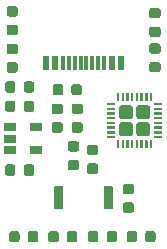
<source format=gbr>
G04 #@! TF.GenerationSoftware,KiCad,Pcbnew,(5.1.5)-3*
G04 #@! TF.CreationDate,2022-01-21T17:51:05-06:00*
G04 #@! TF.ProjectId,test_stand_smd,74657374-5f73-4746-916e-645f736d642e,rev?*
G04 #@! TF.SameCoordinates,Original*
G04 #@! TF.FileFunction,Paste,Top*
G04 #@! TF.FilePolarity,Positive*
%FSLAX46Y46*%
G04 Gerber Fmt 4.6, Leading zero omitted, Abs format (unit mm)*
G04 Created by KiCad (PCBNEW (5.1.5)-3) date 2022-01-21 17:51:05*
%MOMM*%
%LPD*%
G04 APERTURE LIST*
%ADD10C,0.100000*%
%ADD11R,0.600000X1.160000*%
%ADD12R,0.300000X1.160000*%
%ADD13R,1.060000X0.650000*%
G04 APERTURE END LIST*
D10*
G36*
X149578891Y-83332853D02*
G01*
X149600126Y-83336003D01*
X149620950Y-83341219D01*
X149641162Y-83348451D01*
X149660568Y-83357630D01*
X149678981Y-83368666D01*
X149696224Y-83381454D01*
X149712130Y-83395870D01*
X149726546Y-83411776D01*
X149739334Y-83429019D01*
X149750370Y-83447432D01*
X149759549Y-83466838D01*
X149766781Y-83487050D01*
X149771997Y-83507874D01*
X149775147Y-83529109D01*
X149776200Y-83550550D01*
X149776200Y-83988050D01*
X149775147Y-84009491D01*
X149771997Y-84030726D01*
X149766781Y-84051550D01*
X149759549Y-84071762D01*
X149750370Y-84091168D01*
X149739334Y-84109581D01*
X149726546Y-84126824D01*
X149712130Y-84142730D01*
X149696224Y-84157146D01*
X149678981Y-84169934D01*
X149660568Y-84180970D01*
X149641162Y-84190149D01*
X149620950Y-84197381D01*
X149600126Y-84202597D01*
X149578891Y-84205747D01*
X149557450Y-84206800D01*
X149044950Y-84206800D01*
X149023509Y-84205747D01*
X149002274Y-84202597D01*
X148981450Y-84197381D01*
X148961238Y-84190149D01*
X148941832Y-84180970D01*
X148923419Y-84169934D01*
X148906176Y-84157146D01*
X148890270Y-84142730D01*
X148875854Y-84126824D01*
X148863066Y-84109581D01*
X148852030Y-84091168D01*
X148842851Y-84071762D01*
X148835619Y-84051550D01*
X148830403Y-84030726D01*
X148827253Y-84009491D01*
X148826200Y-83988050D01*
X148826200Y-83550550D01*
X148827253Y-83529109D01*
X148830403Y-83507874D01*
X148835619Y-83487050D01*
X148842851Y-83466838D01*
X148852030Y-83447432D01*
X148863066Y-83429019D01*
X148875854Y-83411776D01*
X148890270Y-83395870D01*
X148906176Y-83381454D01*
X148923419Y-83368666D01*
X148941832Y-83357630D01*
X148961238Y-83348451D01*
X148981450Y-83341219D01*
X149002274Y-83336003D01*
X149023509Y-83332853D01*
X149044950Y-83331800D01*
X149557450Y-83331800D01*
X149578891Y-83332853D01*
G37*
G36*
X149578891Y-81757853D02*
G01*
X149600126Y-81761003D01*
X149620950Y-81766219D01*
X149641162Y-81773451D01*
X149660568Y-81782630D01*
X149678981Y-81793666D01*
X149696224Y-81806454D01*
X149712130Y-81820870D01*
X149726546Y-81836776D01*
X149739334Y-81854019D01*
X149750370Y-81872432D01*
X149759549Y-81891838D01*
X149766781Y-81912050D01*
X149771997Y-81932874D01*
X149775147Y-81954109D01*
X149776200Y-81975550D01*
X149776200Y-82413050D01*
X149775147Y-82434491D01*
X149771997Y-82455726D01*
X149766781Y-82476550D01*
X149759549Y-82496762D01*
X149750370Y-82516168D01*
X149739334Y-82534581D01*
X149726546Y-82551824D01*
X149712130Y-82567730D01*
X149696224Y-82582146D01*
X149678981Y-82594934D01*
X149660568Y-82605970D01*
X149641162Y-82615149D01*
X149620950Y-82622381D01*
X149600126Y-82627597D01*
X149578891Y-82630747D01*
X149557450Y-82631800D01*
X149044950Y-82631800D01*
X149023509Y-82630747D01*
X149002274Y-82627597D01*
X148981450Y-82622381D01*
X148961238Y-82615149D01*
X148941832Y-82605970D01*
X148923419Y-82594934D01*
X148906176Y-82582146D01*
X148890270Y-82567730D01*
X148875854Y-82551824D01*
X148863066Y-82534581D01*
X148852030Y-82516168D01*
X148842851Y-82496762D01*
X148835619Y-82476550D01*
X148830403Y-82455726D01*
X148827253Y-82434491D01*
X148826200Y-82413050D01*
X148826200Y-81975550D01*
X148827253Y-81954109D01*
X148830403Y-81932874D01*
X148835619Y-81912050D01*
X148842851Y-81891838D01*
X148852030Y-81872432D01*
X148863066Y-81854019D01*
X148875854Y-81836776D01*
X148890270Y-81820870D01*
X148906176Y-81806454D01*
X148923419Y-81793666D01*
X148941832Y-81782630D01*
X148961238Y-81773451D01*
X148981450Y-81766219D01*
X149002274Y-81761003D01*
X149023509Y-81757853D01*
X149044950Y-81756800D01*
X149557450Y-81756800D01*
X149578891Y-81757853D01*
G37*
G36*
X149578891Y-80335653D02*
G01*
X149600126Y-80338803D01*
X149620950Y-80344019D01*
X149641162Y-80351251D01*
X149660568Y-80360430D01*
X149678981Y-80371466D01*
X149696224Y-80384254D01*
X149712130Y-80398670D01*
X149726546Y-80414576D01*
X149739334Y-80431819D01*
X149750370Y-80450232D01*
X149759549Y-80469638D01*
X149766781Y-80489850D01*
X149771997Y-80510674D01*
X149775147Y-80531909D01*
X149776200Y-80553350D01*
X149776200Y-80990850D01*
X149775147Y-81012291D01*
X149771997Y-81033526D01*
X149766781Y-81054350D01*
X149759549Y-81074562D01*
X149750370Y-81093968D01*
X149739334Y-81112381D01*
X149726546Y-81129624D01*
X149712130Y-81145530D01*
X149696224Y-81159946D01*
X149678981Y-81172734D01*
X149660568Y-81183770D01*
X149641162Y-81192949D01*
X149620950Y-81200181D01*
X149600126Y-81205397D01*
X149578891Y-81208547D01*
X149557450Y-81209600D01*
X149044950Y-81209600D01*
X149023509Y-81208547D01*
X149002274Y-81205397D01*
X148981450Y-81200181D01*
X148961238Y-81192949D01*
X148941832Y-81183770D01*
X148923419Y-81172734D01*
X148906176Y-81159946D01*
X148890270Y-81145530D01*
X148875854Y-81129624D01*
X148863066Y-81112381D01*
X148852030Y-81093968D01*
X148842851Y-81074562D01*
X148835619Y-81054350D01*
X148830403Y-81033526D01*
X148827253Y-81012291D01*
X148826200Y-80990850D01*
X148826200Y-80553350D01*
X148827253Y-80531909D01*
X148830403Y-80510674D01*
X148835619Y-80489850D01*
X148842851Y-80469638D01*
X148852030Y-80450232D01*
X148863066Y-80431819D01*
X148875854Y-80414576D01*
X148890270Y-80398670D01*
X148906176Y-80384254D01*
X148923419Y-80371466D01*
X148941832Y-80360430D01*
X148961238Y-80351251D01*
X148981450Y-80344019D01*
X149002274Y-80338803D01*
X149023509Y-80335653D01*
X149044950Y-80334600D01*
X149557450Y-80334600D01*
X149578891Y-80335653D01*
G37*
G36*
X149578891Y-78760653D02*
G01*
X149600126Y-78763803D01*
X149620950Y-78769019D01*
X149641162Y-78776251D01*
X149660568Y-78785430D01*
X149678981Y-78796466D01*
X149696224Y-78809254D01*
X149712130Y-78823670D01*
X149726546Y-78839576D01*
X149739334Y-78856819D01*
X149750370Y-78875232D01*
X149759549Y-78894638D01*
X149766781Y-78914850D01*
X149771997Y-78935674D01*
X149775147Y-78956909D01*
X149776200Y-78978350D01*
X149776200Y-79415850D01*
X149775147Y-79437291D01*
X149771997Y-79458526D01*
X149766781Y-79479350D01*
X149759549Y-79499562D01*
X149750370Y-79518968D01*
X149739334Y-79537381D01*
X149726546Y-79554624D01*
X149712130Y-79570530D01*
X149696224Y-79584946D01*
X149678981Y-79597734D01*
X149660568Y-79608770D01*
X149641162Y-79617949D01*
X149620950Y-79625181D01*
X149600126Y-79630397D01*
X149578891Y-79633547D01*
X149557450Y-79634600D01*
X149044950Y-79634600D01*
X149023509Y-79633547D01*
X149002274Y-79630397D01*
X148981450Y-79625181D01*
X148961238Y-79617949D01*
X148941832Y-79608770D01*
X148923419Y-79597734D01*
X148906176Y-79584946D01*
X148890270Y-79570530D01*
X148875854Y-79554624D01*
X148863066Y-79537381D01*
X148852030Y-79518968D01*
X148842851Y-79499562D01*
X148835619Y-79479350D01*
X148830403Y-79458526D01*
X148827253Y-79437291D01*
X148826200Y-79415850D01*
X148826200Y-78978350D01*
X148827253Y-78956909D01*
X148830403Y-78935674D01*
X148835619Y-78914850D01*
X148842851Y-78894638D01*
X148852030Y-78875232D01*
X148863066Y-78856819D01*
X148875854Y-78839576D01*
X148890270Y-78823670D01*
X148906176Y-78809254D01*
X148923419Y-78796466D01*
X148941832Y-78785430D01*
X148961238Y-78776251D01*
X148981450Y-78769019D01*
X149002274Y-78763803D01*
X149023509Y-78760653D01*
X149044950Y-78759600D01*
X149557450Y-78759600D01*
X149578891Y-78760653D01*
G37*
G36*
X142670091Y-91613253D02*
G01*
X142691326Y-91616403D01*
X142712150Y-91621619D01*
X142732362Y-91628851D01*
X142751768Y-91638030D01*
X142770181Y-91649066D01*
X142787424Y-91661854D01*
X142803330Y-91676270D01*
X142817746Y-91692176D01*
X142830534Y-91709419D01*
X142841570Y-91727832D01*
X142850749Y-91747238D01*
X142857981Y-91767450D01*
X142863197Y-91788274D01*
X142866347Y-91809509D01*
X142867400Y-91830950D01*
X142867400Y-92268450D01*
X142866347Y-92289891D01*
X142863197Y-92311126D01*
X142857981Y-92331950D01*
X142850749Y-92352162D01*
X142841570Y-92371568D01*
X142830534Y-92389981D01*
X142817746Y-92407224D01*
X142803330Y-92423130D01*
X142787424Y-92437546D01*
X142770181Y-92450334D01*
X142751768Y-92461370D01*
X142732362Y-92470549D01*
X142712150Y-92477781D01*
X142691326Y-92482997D01*
X142670091Y-92486147D01*
X142648650Y-92487200D01*
X142136150Y-92487200D01*
X142114709Y-92486147D01*
X142093474Y-92482997D01*
X142072650Y-92477781D01*
X142052438Y-92470549D01*
X142033032Y-92461370D01*
X142014619Y-92450334D01*
X141997376Y-92437546D01*
X141981470Y-92423130D01*
X141967054Y-92407224D01*
X141954266Y-92389981D01*
X141943230Y-92371568D01*
X141934051Y-92352162D01*
X141926819Y-92331950D01*
X141921603Y-92311126D01*
X141918453Y-92289891D01*
X141917400Y-92268450D01*
X141917400Y-91830950D01*
X141918453Y-91809509D01*
X141921603Y-91788274D01*
X141926819Y-91767450D01*
X141934051Y-91747238D01*
X141943230Y-91727832D01*
X141954266Y-91709419D01*
X141967054Y-91692176D01*
X141981470Y-91676270D01*
X141997376Y-91661854D01*
X142014619Y-91649066D01*
X142033032Y-91638030D01*
X142052438Y-91628851D01*
X142072650Y-91621619D01*
X142093474Y-91616403D01*
X142114709Y-91613253D01*
X142136150Y-91612200D01*
X142648650Y-91612200D01*
X142670091Y-91613253D01*
G37*
G36*
X142670091Y-90038253D02*
G01*
X142691326Y-90041403D01*
X142712150Y-90046619D01*
X142732362Y-90053851D01*
X142751768Y-90063030D01*
X142770181Y-90074066D01*
X142787424Y-90086854D01*
X142803330Y-90101270D01*
X142817746Y-90117176D01*
X142830534Y-90134419D01*
X142841570Y-90152832D01*
X142850749Y-90172238D01*
X142857981Y-90192450D01*
X142863197Y-90213274D01*
X142866347Y-90234509D01*
X142867400Y-90255950D01*
X142867400Y-90693450D01*
X142866347Y-90714891D01*
X142863197Y-90736126D01*
X142857981Y-90756950D01*
X142850749Y-90777162D01*
X142841570Y-90796568D01*
X142830534Y-90814981D01*
X142817746Y-90832224D01*
X142803330Y-90848130D01*
X142787424Y-90862546D01*
X142770181Y-90875334D01*
X142751768Y-90886370D01*
X142732362Y-90895549D01*
X142712150Y-90902781D01*
X142691326Y-90907997D01*
X142670091Y-90911147D01*
X142648650Y-90912200D01*
X142136150Y-90912200D01*
X142114709Y-90911147D01*
X142093474Y-90907997D01*
X142072650Y-90902781D01*
X142052438Y-90895549D01*
X142033032Y-90886370D01*
X142014619Y-90875334D01*
X141997376Y-90862546D01*
X141981470Y-90848130D01*
X141967054Y-90832224D01*
X141954266Y-90814981D01*
X141943230Y-90796568D01*
X141934051Y-90777162D01*
X141926819Y-90756950D01*
X141921603Y-90736126D01*
X141918453Y-90714891D01*
X141917400Y-90693450D01*
X141917400Y-90255950D01*
X141918453Y-90234509D01*
X141921603Y-90213274D01*
X141926819Y-90192450D01*
X141934051Y-90172238D01*
X141943230Y-90152832D01*
X141954266Y-90134419D01*
X141967054Y-90117176D01*
X141981470Y-90101270D01*
X141997376Y-90086854D01*
X142014619Y-90074066D01*
X142033032Y-90063030D01*
X142052438Y-90053851D01*
X142072650Y-90046619D01*
X142093474Y-90041403D01*
X142114709Y-90038253D01*
X142136150Y-90037200D01*
X142648650Y-90037200D01*
X142670091Y-90038253D01*
G37*
G36*
X144295691Y-91918053D02*
G01*
X144316926Y-91921203D01*
X144337750Y-91926419D01*
X144357962Y-91933651D01*
X144377368Y-91942830D01*
X144395781Y-91953866D01*
X144413024Y-91966654D01*
X144428930Y-91981070D01*
X144443346Y-91996976D01*
X144456134Y-92014219D01*
X144467170Y-92032632D01*
X144476349Y-92052038D01*
X144483581Y-92072250D01*
X144488797Y-92093074D01*
X144491947Y-92114309D01*
X144493000Y-92135750D01*
X144493000Y-92573250D01*
X144491947Y-92594691D01*
X144488797Y-92615926D01*
X144483581Y-92636750D01*
X144476349Y-92656962D01*
X144467170Y-92676368D01*
X144456134Y-92694781D01*
X144443346Y-92712024D01*
X144428930Y-92727930D01*
X144413024Y-92742346D01*
X144395781Y-92755134D01*
X144377368Y-92766170D01*
X144357962Y-92775349D01*
X144337750Y-92782581D01*
X144316926Y-92787797D01*
X144295691Y-92790947D01*
X144274250Y-92792000D01*
X143761750Y-92792000D01*
X143740309Y-92790947D01*
X143719074Y-92787797D01*
X143698250Y-92782581D01*
X143678038Y-92775349D01*
X143658632Y-92766170D01*
X143640219Y-92755134D01*
X143622976Y-92742346D01*
X143607070Y-92727930D01*
X143592654Y-92712024D01*
X143579866Y-92694781D01*
X143568830Y-92676368D01*
X143559651Y-92656962D01*
X143552419Y-92636750D01*
X143547203Y-92615926D01*
X143544053Y-92594691D01*
X143543000Y-92573250D01*
X143543000Y-92135750D01*
X143544053Y-92114309D01*
X143547203Y-92093074D01*
X143552419Y-92072250D01*
X143559651Y-92052038D01*
X143568830Y-92032632D01*
X143579866Y-92014219D01*
X143592654Y-91996976D01*
X143607070Y-91981070D01*
X143622976Y-91966654D01*
X143640219Y-91953866D01*
X143658632Y-91942830D01*
X143678038Y-91933651D01*
X143698250Y-91926419D01*
X143719074Y-91921203D01*
X143740309Y-91918053D01*
X143761750Y-91917000D01*
X144274250Y-91917000D01*
X144295691Y-91918053D01*
G37*
G36*
X144295691Y-90343053D02*
G01*
X144316926Y-90346203D01*
X144337750Y-90351419D01*
X144357962Y-90358651D01*
X144377368Y-90367830D01*
X144395781Y-90378866D01*
X144413024Y-90391654D01*
X144428930Y-90406070D01*
X144443346Y-90421976D01*
X144456134Y-90439219D01*
X144467170Y-90457632D01*
X144476349Y-90477038D01*
X144483581Y-90497250D01*
X144488797Y-90518074D01*
X144491947Y-90539309D01*
X144493000Y-90560750D01*
X144493000Y-90998250D01*
X144491947Y-91019691D01*
X144488797Y-91040926D01*
X144483581Y-91061750D01*
X144476349Y-91081962D01*
X144467170Y-91101368D01*
X144456134Y-91119781D01*
X144443346Y-91137024D01*
X144428930Y-91152930D01*
X144413024Y-91167346D01*
X144395781Y-91180134D01*
X144377368Y-91191170D01*
X144357962Y-91200349D01*
X144337750Y-91207581D01*
X144316926Y-91212797D01*
X144295691Y-91215947D01*
X144274250Y-91217000D01*
X143761750Y-91217000D01*
X143740309Y-91215947D01*
X143719074Y-91212797D01*
X143698250Y-91207581D01*
X143678038Y-91200349D01*
X143658632Y-91191170D01*
X143640219Y-91180134D01*
X143622976Y-91167346D01*
X143607070Y-91152930D01*
X143592654Y-91137024D01*
X143579866Y-91119781D01*
X143568830Y-91101368D01*
X143559651Y-91081962D01*
X143552419Y-91061750D01*
X143547203Y-91040926D01*
X143544053Y-91019691D01*
X143543000Y-90998250D01*
X143543000Y-90560750D01*
X143544053Y-90539309D01*
X143547203Y-90518074D01*
X143552419Y-90497250D01*
X143559651Y-90477038D01*
X143568830Y-90457632D01*
X143579866Y-90439219D01*
X143592654Y-90421976D01*
X143607070Y-90406070D01*
X143622976Y-90391654D01*
X143640219Y-90378866D01*
X143658632Y-90367830D01*
X143678038Y-90358651D01*
X143698250Y-90351419D01*
X143719074Y-90346203D01*
X143740309Y-90343053D01*
X143761750Y-90342000D01*
X144274250Y-90342000D01*
X144295691Y-90343053D01*
G37*
D11*
X140053460Y-83395200D03*
X140853460Y-83395200D03*
X140053460Y-83395200D03*
X140853460Y-83395200D03*
X146453460Y-83395200D03*
X146453460Y-83395200D03*
X145653460Y-83395200D03*
X145653460Y-83395200D03*
D12*
X141503460Y-83395200D03*
X142503460Y-83395200D03*
X142003460Y-83395200D03*
X144503460Y-83395200D03*
X145003460Y-83395200D03*
X143003460Y-83395200D03*
X143503460Y-83395200D03*
X144003460Y-83395200D03*
D10*
G36*
X141375603Y-93819163D02*
G01*
X141395018Y-93822043D01*
X141414057Y-93826812D01*
X141432537Y-93833424D01*
X141450279Y-93841816D01*
X141467114Y-93851906D01*
X141482879Y-93863598D01*
X141497421Y-93876779D01*
X141510602Y-93891321D01*
X141522294Y-93907086D01*
X141532384Y-93923921D01*
X141540776Y-93941663D01*
X141547388Y-93960143D01*
X141552157Y-93979182D01*
X141555037Y-93998597D01*
X141556000Y-94018200D01*
X141556000Y-95618200D01*
X141555037Y-95637803D01*
X141552157Y-95657218D01*
X141547388Y-95676257D01*
X141540776Y-95694737D01*
X141532384Y-95712479D01*
X141522294Y-95729314D01*
X141510602Y-95745079D01*
X141497421Y-95759621D01*
X141482879Y-95772802D01*
X141467114Y-95784494D01*
X141450279Y-95794584D01*
X141432537Y-95802976D01*
X141414057Y-95809588D01*
X141395018Y-95814357D01*
X141375603Y-95817237D01*
X141356000Y-95818200D01*
X140956000Y-95818200D01*
X140936397Y-95817237D01*
X140916982Y-95814357D01*
X140897943Y-95809588D01*
X140879463Y-95802976D01*
X140861721Y-95794584D01*
X140844886Y-95784494D01*
X140829121Y-95772802D01*
X140814579Y-95759621D01*
X140801398Y-95745079D01*
X140789706Y-95729314D01*
X140779616Y-95712479D01*
X140771224Y-95694737D01*
X140764612Y-95676257D01*
X140759843Y-95657218D01*
X140756963Y-95637803D01*
X140756000Y-95618200D01*
X140756000Y-94018200D01*
X140756963Y-93998597D01*
X140759843Y-93979182D01*
X140764612Y-93960143D01*
X140771224Y-93941663D01*
X140779616Y-93923921D01*
X140789706Y-93907086D01*
X140801398Y-93891321D01*
X140814579Y-93876779D01*
X140829121Y-93863598D01*
X140844886Y-93851906D01*
X140861721Y-93841816D01*
X140879463Y-93833424D01*
X140897943Y-93826812D01*
X140916982Y-93822043D01*
X140936397Y-93819163D01*
X140956000Y-93818200D01*
X141356000Y-93818200D01*
X141375603Y-93819163D01*
G37*
G36*
X145575603Y-93819163D02*
G01*
X145595018Y-93822043D01*
X145614057Y-93826812D01*
X145632537Y-93833424D01*
X145650279Y-93841816D01*
X145667114Y-93851906D01*
X145682879Y-93863598D01*
X145697421Y-93876779D01*
X145710602Y-93891321D01*
X145722294Y-93907086D01*
X145732384Y-93923921D01*
X145740776Y-93941663D01*
X145747388Y-93960143D01*
X145752157Y-93979182D01*
X145755037Y-93998597D01*
X145756000Y-94018200D01*
X145756000Y-95618200D01*
X145755037Y-95637803D01*
X145752157Y-95657218D01*
X145747388Y-95676257D01*
X145740776Y-95694737D01*
X145732384Y-95712479D01*
X145722294Y-95729314D01*
X145710602Y-95745079D01*
X145697421Y-95759621D01*
X145682879Y-95772802D01*
X145667114Y-95784494D01*
X145650279Y-95794584D01*
X145632537Y-95802976D01*
X145614057Y-95809588D01*
X145595018Y-95814357D01*
X145575603Y-95817237D01*
X145556000Y-95818200D01*
X145156000Y-95818200D01*
X145136397Y-95817237D01*
X145116982Y-95814357D01*
X145097943Y-95809588D01*
X145079463Y-95802976D01*
X145061721Y-95794584D01*
X145044886Y-95784494D01*
X145029121Y-95772802D01*
X145014579Y-95759621D01*
X145001398Y-95745079D01*
X144989706Y-95729314D01*
X144979616Y-95712479D01*
X144971224Y-95694737D01*
X144964612Y-95676257D01*
X144959843Y-95657218D01*
X144956963Y-95637803D01*
X144956000Y-95618200D01*
X144956000Y-94018200D01*
X144956963Y-93998597D01*
X144959843Y-93979182D01*
X144964612Y-93960143D01*
X144971224Y-93941663D01*
X144979616Y-93923921D01*
X144989706Y-93907086D01*
X145001398Y-93891321D01*
X145014579Y-93876779D01*
X145029121Y-93863598D01*
X145044886Y-93851906D01*
X145061721Y-93841816D01*
X145079463Y-93833424D01*
X145097943Y-93826812D01*
X145116982Y-93822043D01*
X145136397Y-93819163D01*
X145156000Y-93818200D01*
X145556000Y-93818200D01*
X145575603Y-93819163D01*
G37*
D13*
X139250600Y-88864400D03*
X139250600Y-90764400D03*
X137050600Y-90764400D03*
X137050600Y-89814400D03*
X137050600Y-88864400D03*
D10*
G36*
X147208505Y-88431604D02*
G01*
X147232773Y-88435204D01*
X147256572Y-88441165D01*
X147279671Y-88449430D01*
X147301850Y-88459920D01*
X147322893Y-88472532D01*
X147342599Y-88487147D01*
X147360777Y-88503623D01*
X147377253Y-88521801D01*
X147391868Y-88541507D01*
X147404480Y-88562550D01*
X147414970Y-88584729D01*
X147423235Y-88607828D01*
X147429196Y-88631627D01*
X147432796Y-88655895D01*
X147434000Y-88680399D01*
X147434000Y-89350401D01*
X147432796Y-89374905D01*
X147429196Y-89399173D01*
X147423235Y-89422972D01*
X147414970Y-89446071D01*
X147404480Y-89468250D01*
X147391868Y-89489293D01*
X147377253Y-89508999D01*
X147360777Y-89527177D01*
X147342599Y-89543653D01*
X147322893Y-89558268D01*
X147301850Y-89570880D01*
X147279671Y-89581370D01*
X147256572Y-89589635D01*
X147232773Y-89595596D01*
X147208505Y-89599196D01*
X147184001Y-89600400D01*
X146513999Y-89600400D01*
X146489495Y-89599196D01*
X146465227Y-89595596D01*
X146441428Y-89589635D01*
X146418329Y-89581370D01*
X146396150Y-89570880D01*
X146375107Y-89558268D01*
X146355401Y-89543653D01*
X146337223Y-89527177D01*
X146320747Y-89508999D01*
X146306132Y-89489293D01*
X146293520Y-89468250D01*
X146283030Y-89446071D01*
X146274765Y-89422972D01*
X146268804Y-89399173D01*
X146265204Y-89374905D01*
X146264000Y-89350401D01*
X146264000Y-88680399D01*
X146265204Y-88655895D01*
X146268804Y-88631627D01*
X146274765Y-88607828D01*
X146283030Y-88584729D01*
X146293520Y-88562550D01*
X146306132Y-88541507D01*
X146320747Y-88521801D01*
X146337223Y-88503623D01*
X146355401Y-88487147D01*
X146375107Y-88472532D01*
X146396150Y-88459920D01*
X146418329Y-88449430D01*
X146441428Y-88441165D01*
X146465227Y-88435204D01*
X146489495Y-88431604D01*
X146513999Y-88430400D01*
X147184001Y-88430400D01*
X147208505Y-88431604D01*
G37*
G36*
X148658505Y-88431604D02*
G01*
X148682773Y-88435204D01*
X148706572Y-88441165D01*
X148729671Y-88449430D01*
X148751850Y-88459920D01*
X148772893Y-88472532D01*
X148792599Y-88487147D01*
X148810777Y-88503623D01*
X148827253Y-88521801D01*
X148841868Y-88541507D01*
X148854480Y-88562550D01*
X148864970Y-88584729D01*
X148873235Y-88607828D01*
X148879196Y-88631627D01*
X148882796Y-88655895D01*
X148884000Y-88680399D01*
X148884000Y-89350401D01*
X148882796Y-89374905D01*
X148879196Y-89399173D01*
X148873235Y-89422972D01*
X148864970Y-89446071D01*
X148854480Y-89468250D01*
X148841868Y-89489293D01*
X148827253Y-89508999D01*
X148810777Y-89527177D01*
X148792599Y-89543653D01*
X148772893Y-89558268D01*
X148751850Y-89570880D01*
X148729671Y-89581370D01*
X148706572Y-89589635D01*
X148682773Y-89595596D01*
X148658505Y-89599196D01*
X148634001Y-89600400D01*
X147963999Y-89600400D01*
X147939495Y-89599196D01*
X147915227Y-89595596D01*
X147891428Y-89589635D01*
X147868329Y-89581370D01*
X147846150Y-89570880D01*
X147825107Y-89558268D01*
X147805401Y-89543653D01*
X147787223Y-89527177D01*
X147770747Y-89508999D01*
X147756132Y-89489293D01*
X147743520Y-89468250D01*
X147733030Y-89446071D01*
X147724765Y-89422972D01*
X147718804Y-89399173D01*
X147715204Y-89374905D01*
X147714000Y-89350401D01*
X147714000Y-88680399D01*
X147715204Y-88655895D01*
X147718804Y-88631627D01*
X147724765Y-88607828D01*
X147733030Y-88584729D01*
X147743520Y-88562550D01*
X147756132Y-88541507D01*
X147770747Y-88521801D01*
X147787223Y-88503623D01*
X147805401Y-88487147D01*
X147825107Y-88472532D01*
X147846150Y-88459920D01*
X147868329Y-88449430D01*
X147891428Y-88441165D01*
X147915227Y-88435204D01*
X147939495Y-88431604D01*
X147963999Y-88430400D01*
X148634001Y-88430400D01*
X148658505Y-88431604D01*
G37*
G36*
X147208505Y-86981604D02*
G01*
X147232773Y-86985204D01*
X147256572Y-86991165D01*
X147279671Y-86999430D01*
X147301850Y-87009920D01*
X147322893Y-87022532D01*
X147342599Y-87037147D01*
X147360777Y-87053623D01*
X147377253Y-87071801D01*
X147391868Y-87091507D01*
X147404480Y-87112550D01*
X147414970Y-87134729D01*
X147423235Y-87157828D01*
X147429196Y-87181627D01*
X147432796Y-87205895D01*
X147434000Y-87230399D01*
X147434000Y-87900401D01*
X147432796Y-87924905D01*
X147429196Y-87949173D01*
X147423235Y-87972972D01*
X147414970Y-87996071D01*
X147404480Y-88018250D01*
X147391868Y-88039293D01*
X147377253Y-88058999D01*
X147360777Y-88077177D01*
X147342599Y-88093653D01*
X147322893Y-88108268D01*
X147301850Y-88120880D01*
X147279671Y-88131370D01*
X147256572Y-88139635D01*
X147232773Y-88145596D01*
X147208505Y-88149196D01*
X147184001Y-88150400D01*
X146513999Y-88150400D01*
X146489495Y-88149196D01*
X146465227Y-88145596D01*
X146441428Y-88139635D01*
X146418329Y-88131370D01*
X146396150Y-88120880D01*
X146375107Y-88108268D01*
X146355401Y-88093653D01*
X146337223Y-88077177D01*
X146320747Y-88058999D01*
X146306132Y-88039293D01*
X146293520Y-88018250D01*
X146283030Y-87996071D01*
X146274765Y-87972972D01*
X146268804Y-87949173D01*
X146265204Y-87924905D01*
X146264000Y-87900401D01*
X146264000Y-87230399D01*
X146265204Y-87205895D01*
X146268804Y-87181627D01*
X146274765Y-87157828D01*
X146283030Y-87134729D01*
X146293520Y-87112550D01*
X146306132Y-87091507D01*
X146320747Y-87071801D01*
X146337223Y-87053623D01*
X146355401Y-87037147D01*
X146375107Y-87022532D01*
X146396150Y-87009920D01*
X146418329Y-86999430D01*
X146441428Y-86991165D01*
X146465227Y-86985204D01*
X146489495Y-86981604D01*
X146513999Y-86980400D01*
X147184001Y-86980400D01*
X147208505Y-86981604D01*
G37*
G36*
X148658505Y-86981604D02*
G01*
X148682773Y-86985204D01*
X148706572Y-86991165D01*
X148729671Y-86999430D01*
X148751850Y-87009920D01*
X148772893Y-87022532D01*
X148792599Y-87037147D01*
X148810777Y-87053623D01*
X148827253Y-87071801D01*
X148841868Y-87091507D01*
X148854480Y-87112550D01*
X148864970Y-87134729D01*
X148873235Y-87157828D01*
X148879196Y-87181627D01*
X148882796Y-87205895D01*
X148884000Y-87230399D01*
X148884000Y-87900401D01*
X148882796Y-87924905D01*
X148879196Y-87949173D01*
X148873235Y-87972972D01*
X148864970Y-87996071D01*
X148854480Y-88018250D01*
X148841868Y-88039293D01*
X148827253Y-88058999D01*
X148810777Y-88077177D01*
X148792599Y-88093653D01*
X148772893Y-88108268D01*
X148751850Y-88120880D01*
X148729671Y-88131370D01*
X148706572Y-88139635D01*
X148682773Y-88145596D01*
X148658505Y-88149196D01*
X148634001Y-88150400D01*
X147963999Y-88150400D01*
X147939495Y-88149196D01*
X147915227Y-88145596D01*
X147891428Y-88139635D01*
X147868329Y-88131370D01*
X147846150Y-88120880D01*
X147825107Y-88108268D01*
X147805401Y-88093653D01*
X147787223Y-88077177D01*
X147770747Y-88058999D01*
X147756132Y-88039293D01*
X147743520Y-88018250D01*
X147733030Y-87996071D01*
X147724765Y-87972972D01*
X147718804Y-87949173D01*
X147715204Y-87924905D01*
X147714000Y-87900401D01*
X147714000Y-87230399D01*
X147715204Y-87205895D01*
X147718804Y-87181627D01*
X147724765Y-87157828D01*
X147733030Y-87134729D01*
X147743520Y-87112550D01*
X147756132Y-87091507D01*
X147770747Y-87071801D01*
X147787223Y-87053623D01*
X147805401Y-87037147D01*
X147825107Y-87022532D01*
X147846150Y-87009920D01*
X147868329Y-86999430D01*
X147891428Y-86991165D01*
X147915227Y-86985204D01*
X147939495Y-86981604D01*
X147963999Y-86980400D01*
X148634001Y-86980400D01*
X148658505Y-86981604D01*
G37*
G36*
X146228901Y-89940641D02*
G01*
X146233755Y-89941361D01*
X146238514Y-89942553D01*
X146243134Y-89944206D01*
X146247570Y-89946304D01*
X146251779Y-89948827D01*
X146255720Y-89951749D01*
X146259355Y-89955045D01*
X146262651Y-89958680D01*
X146265573Y-89962621D01*
X146268096Y-89966830D01*
X146270194Y-89971266D01*
X146271847Y-89975886D01*
X146273039Y-89980645D01*
X146273759Y-89985499D01*
X146274000Y-89990400D01*
X146274000Y-90590400D01*
X146273759Y-90595301D01*
X146273039Y-90600155D01*
X146271847Y-90604914D01*
X146270194Y-90609534D01*
X146268096Y-90613970D01*
X146265573Y-90618179D01*
X146262651Y-90622120D01*
X146259355Y-90625755D01*
X146255720Y-90629051D01*
X146251779Y-90631973D01*
X146247570Y-90634496D01*
X146243134Y-90636594D01*
X146238514Y-90638247D01*
X146233755Y-90639439D01*
X146228901Y-90640159D01*
X146224000Y-90640400D01*
X146124000Y-90640400D01*
X146119099Y-90640159D01*
X146114245Y-90639439D01*
X146109486Y-90638247D01*
X146104866Y-90636594D01*
X146100430Y-90634496D01*
X146096221Y-90631973D01*
X146092280Y-90629051D01*
X146088645Y-90625755D01*
X146085349Y-90622120D01*
X146082427Y-90618179D01*
X146079904Y-90613970D01*
X146077806Y-90609534D01*
X146076153Y-90604914D01*
X146074961Y-90600155D01*
X146074241Y-90595301D01*
X146074000Y-90590400D01*
X146074000Y-89990400D01*
X146074241Y-89985499D01*
X146074961Y-89980645D01*
X146076153Y-89975886D01*
X146077806Y-89971266D01*
X146079904Y-89966830D01*
X146082427Y-89962621D01*
X146085349Y-89958680D01*
X146088645Y-89955045D01*
X146092280Y-89951749D01*
X146096221Y-89948827D01*
X146100430Y-89946304D01*
X146104866Y-89944206D01*
X146109486Y-89942553D01*
X146114245Y-89941361D01*
X146119099Y-89940641D01*
X146124000Y-89940400D01*
X146224000Y-89940400D01*
X146228901Y-89940641D01*
G37*
G36*
X146628901Y-89940641D02*
G01*
X146633755Y-89941361D01*
X146638514Y-89942553D01*
X146643134Y-89944206D01*
X146647570Y-89946304D01*
X146651779Y-89948827D01*
X146655720Y-89951749D01*
X146659355Y-89955045D01*
X146662651Y-89958680D01*
X146665573Y-89962621D01*
X146668096Y-89966830D01*
X146670194Y-89971266D01*
X146671847Y-89975886D01*
X146673039Y-89980645D01*
X146673759Y-89985499D01*
X146674000Y-89990400D01*
X146674000Y-90590400D01*
X146673759Y-90595301D01*
X146673039Y-90600155D01*
X146671847Y-90604914D01*
X146670194Y-90609534D01*
X146668096Y-90613970D01*
X146665573Y-90618179D01*
X146662651Y-90622120D01*
X146659355Y-90625755D01*
X146655720Y-90629051D01*
X146651779Y-90631973D01*
X146647570Y-90634496D01*
X146643134Y-90636594D01*
X146638514Y-90638247D01*
X146633755Y-90639439D01*
X146628901Y-90640159D01*
X146624000Y-90640400D01*
X146524000Y-90640400D01*
X146519099Y-90640159D01*
X146514245Y-90639439D01*
X146509486Y-90638247D01*
X146504866Y-90636594D01*
X146500430Y-90634496D01*
X146496221Y-90631973D01*
X146492280Y-90629051D01*
X146488645Y-90625755D01*
X146485349Y-90622120D01*
X146482427Y-90618179D01*
X146479904Y-90613970D01*
X146477806Y-90609534D01*
X146476153Y-90604914D01*
X146474961Y-90600155D01*
X146474241Y-90595301D01*
X146474000Y-90590400D01*
X146474000Y-89990400D01*
X146474241Y-89985499D01*
X146474961Y-89980645D01*
X146476153Y-89975886D01*
X146477806Y-89971266D01*
X146479904Y-89966830D01*
X146482427Y-89962621D01*
X146485349Y-89958680D01*
X146488645Y-89955045D01*
X146492280Y-89951749D01*
X146496221Y-89948827D01*
X146500430Y-89946304D01*
X146504866Y-89944206D01*
X146509486Y-89942553D01*
X146514245Y-89941361D01*
X146519099Y-89940641D01*
X146524000Y-89940400D01*
X146624000Y-89940400D01*
X146628901Y-89940641D01*
G37*
G36*
X147028901Y-89940641D02*
G01*
X147033755Y-89941361D01*
X147038514Y-89942553D01*
X147043134Y-89944206D01*
X147047570Y-89946304D01*
X147051779Y-89948827D01*
X147055720Y-89951749D01*
X147059355Y-89955045D01*
X147062651Y-89958680D01*
X147065573Y-89962621D01*
X147068096Y-89966830D01*
X147070194Y-89971266D01*
X147071847Y-89975886D01*
X147073039Y-89980645D01*
X147073759Y-89985499D01*
X147074000Y-89990400D01*
X147074000Y-90590400D01*
X147073759Y-90595301D01*
X147073039Y-90600155D01*
X147071847Y-90604914D01*
X147070194Y-90609534D01*
X147068096Y-90613970D01*
X147065573Y-90618179D01*
X147062651Y-90622120D01*
X147059355Y-90625755D01*
X147055720Y-90629051D01*
X147051779Y-90631973D01*
X147047570Y-90634496D01*
X147043134Y-90636594D01*
X147038514Y-90638247D01*
X147033755Y-90639439D01*
X147028901Y-90640159D01*
X147024000Y-90640400D01*
X146924000Y-90640400D01*
X146919099Y-90640159D01*
X146914245Y-90639439D01*
X146909486Y-90638247D01*
X146904866Y-90636594D01*
X146900430Y-90634496D01*
X146896221Y-90631973D01*
X146892280Y-90629051D01*
X146888645Y-90625755D01*
X146885349Y-90622120D01*
X146882427Y-90618179D01*
X146879904Y-90613970D01*
X146877806Y-90609534D01*
X146876153Y-90604914D01*
X146874961Y-90600155D01*
X146874241Y-90595301D01*
X146874000Y-90590400D01*
X146874000Y-89990400D01*
X146874241Y-89985499D01*
X146874961Y-89980645D01*
X146876153Y-89975886D01*
X146877806Y-89971266D01*
X146879904Y-89966830D01*
X146882427Y-89962621D01*
X146885349Y-89958680D01*
X146888645Y-89955045D01*
X146892280Y-89951749D01*
X146896221Y-89948827D01*
X146900430Y-89946304D01*
X146904866Y-89944206D01*
X146909486Y-89942553D01*
X146914245Y-89941361D01*
X146919099Y-89940641D01*
X146924000Y-89940400D01*
X147024000Y-89940400D01*
X147028901Y-89940641D01*
G37*
G36*
X147428901Y-89940641D02*
G01*
X147433755Y-89941361D01*
X147438514Y-89942553D01*
X147443134Y-89944206D01*
X147447570Y-89946304D01*
X147451779Y-89948827D01*
X147455720Y-89951749D01*
X147459355Y-89955045D01*
X147462651Y-89958680D01*
X147465573Y-89962621D01*
X147468096Y-89966830D01*
X147470194Y-89971266D01*
X147471847Y-89975886D01*
X147473039Y-89980645D01*
X147473759Y-89985499D01*
X147474000Y-89990400D01*
X147474000Y-90590400D01*
X147473759Y-90595301D01*
X147473039Y-90600155D01*
X147471847Y-90604914D01*
X147470194Y-90609534D01*
X147468096Y-90613970D01*
X147465573Y-90618179D01*
X147462651Y-90622120D01*
X147459355Y-90625755D01*
X147455720Y-90629051D01*
X147451779Y-90631973D01*
X147447570Y-90634496D01*
X147443134Y-90636594D01*
X147438514Y-90638247D01*
X147433755Y-90639439D01*
X147428901Y-90640159D01*
X147424000Y-90640400D01*
X147324000Y-90640400D01*
X147319099Y-90640159D01*
X147314245Y-90639439D01*
X147309486Y-90638247D01*
X147304866Y-90636594D01*
X147300430Y-90634496D01*
X147296221Y-90631973D01*
X147292280Y-90629051D01*
X147288645Y-90625755D01*
X147285349Y-90622120D01*
X147282427Y-90618179D01*
X147279904Y-90613970D01*
X147277806Y-90609534D01*
X147276153Y-90604914D01*
X147274961Y-90600155D01*
X147274241Y-90595301D01*
X147274000Y-90590400D01*
X147274000Y-89990400D01*
X147274241Y-89985499D01*
X147274961Y-89980645D01*
X147276153Y-89975886D01*
X147277806Y-89971266D01*
X147279904Y-89966830D01*
X147282427Y-89962621D01*
X147285349Y-89958680D01*
X147288645Y-89955045D01*
X147292280Y-89951749D01*
X147296221Y-89948827D01*
X147300430Y-89946304D01*
X147304866Y-89944206D01*
X147309486Y-89942553D01*
X147314245Y-89941361D01*
X147319099Y-89940641D01*
X147324000Y-89940400D01*
X147424000Y-89940400D01*
X147428901Y-89940641D01*
G37*
G36*
X147828901Y-89940641D02*
G01*
X147833755Y-89941361D01*
X147838514Y-89942553D01*
X147843134Y-89944206D01*
X147847570Y-89946304D01*
X147851779Y-89948827D01*
X147855720Y-89951749D01*
X147859355Y-89955045D01*
X147862651Y-89958680D01*
X147865573Y-89962621D01*
X147868096Y-89966830D01*
X147870194Y-89971266D01*
X147871847Y-89975886D01*
X147873039Y-89980645D01*
X147873759Y-89985499D01*
X147874000Y-89990400D01*
X147874000Y-90590400D01*
X147873759Y-90595301D01*
X147873039Y-90600155D01*
X147871847Y-90604914D01*
X147870194Y-90609534D01*
X147868096Y-90613970D01*
X147865573Y-90618179D01*
X147862651Y-90622120D01*
X147859355Y-90625755D01*
X147855720Y-90629051D01*
X147851779Y-90631973D01*
X147847570Y-90634496D01*
X147843134Y-90636594D01*
X147838514Y-90638247D01*
X147833755Y-90639439D01*
X147828901Y-90640159D01*
X147824000Y-90640400D01*
X147724000Y-90640400D01*
X147719099Y-90640159D01*
X147714245Y-90639439D01*
X147709486Y-90638247D01*
X147704866Y-90636594D01*
X147700430Y-90634496D01*
X147696221Y-90631973D01*
X147692280Y-90629051D01*
X147688645Y-90625755D01*
X147685349Y-90622120D01*
X147682427Y-90618179D01*
X147679904Y-90613970D01*
X147677806Y-90609534D01*
X147676153Y-90604914D01*
X147674961Y-90600155D01*
X147674241Y-90595301D01*
X147674000Y-90590400D01*
X147674000Y-89990400D01*
X147674241Y-89985499D01*
X147674961Y-89980645D01*
X147676153Y-89975886D01*
X147677806Y-89971266D01*
X147679904Y-89966830D01*
X147682427Y-89962621D01*
X147685349Y-89958680D01*
X147688645Y-89955045D01*
X147692280Y-89951749D01*
X147696221Y-89948827D01*
X147700430Y-89946304D01*
X147704866Y-89944206D01*
X147709486Y-89942553D01*
X147714245Y-89941361D01*
X147719099Y-89940641D01*
X147724000Y-89940400D01*
X147824000Y-89940400D01*
X147828901Y-89940641D01*
G37*
G36*
X148228901Y-89940641D02*
G01*
X148233755Y-89941361D01*
X148238514Y-89942553D01*
X148243134Y-89944206D01*
X148247570Y-89946304D01*
X148251779Y-89948827D01*
X148255720Y-89951749D01*
X148259355Y-89955045D01*
X148262651Y-89958680D01*
X148265573Y-89962621D01*
X148268096Y-89966830D01*
X148270194Y-89971266D01*
X148271847Y-89975886D01*
X148273039Y-89980645D01*
X148273759Y-89985499D01*
X148274000Y-89990400D01*
X148274000Y-90590400D01*
X148273759Y-90595301D01*
X148273039Y-90600155D01*
X148271847Y-90604914D01*
X148270194Y-90609534D01*
X148268096Y-90613970D01*
X148265573Y-90618179D01*
X148262651Y-90622120D01*
X148259355Y-90625755D01*
X148255720Y-90629051D01*
X148251779Y-90631973D01*
X148247570Y-90634496D01*
X148243134Y-90636594D01*
X148238514Y-90638247D01*
X148233755Y-90639439D01*
X148228901Y-90640159D01*
X148224000Y-90640400D01*
X148124000Y-90640400D01*
X148119099Y-90640159D01*
X148114245Y-90639439D01*
X148109486Y-90638247D01*
X148104866Y-90636594D01*
X148100430Y-90634496D01*
X148096221Y-90631973D01*
X148092280Y-90629051D01*
X148088645Y-90625755D01*
X148085349Y-90622120D01*
X148082427Y-90618179D01*
X148079904Y-90613970D01*
X148077806Y-90609534D01*
X148076153Y-90604914D01*
X148074961Y-90600155D01*
X148074241Y-90595301D01*
X148074000Y-90590400D01*
X148074000Y-89990400D01*
X148074241Y-89985499D01*
X148074961Y-89980645D01*
X148076153Y-89975886D01*
X148077806Y-89971266D01*
X148079904Y-89966830D01*
X148082427Y-89962621D01*
X148085349Y-89958680D01*
X148088645Y-89955045D01*
X148092280Y-89951749D01*
X148096221Y-89948827D01*
X148100430Y-89946304D01*
X148104866Y-89944206D01*
X148109486Y-89942553D01*
X148114245Y-89941361D01*
X148119099Y-89940641D01*
X148124000Y-89940400D01*
X148224000Y-89940400D01*
X148228901Y-89940641D01*
G37*
G36*
X148628901Y-89940641D02*
G01*
X148633755Y-89941361D01*
X148638514Y-89942553D01*
X148643134Y-89944206D01*
X148647570Y-89946304D01*
X148651779Y-89948827D01*
X148655720Y-89951749D01*
X148659355Y-89955045D01*
X148662651Y-89958680D01*
X148665573Y-89962621D01*
X148668096Y-89966830D01*
X148670194Y-89971266D01*
X148671847Y-89975886D01*
X148673039Y-89980645D01*
X148673759Y-89985499D01*
X148674000Y-89990400D01*
X148674000Y-90590400D01*
X148673759Y-90595301D01*
X148673039Y-90600155D01*
X148671847Y-90604914D01*
X148670194Y-90609534D01*
X148668096Y-90613970D01*
X148665573Y-90618179D01*
X148662651Y-90622120D01*
X148659355Y-90625755D01*
X148655720Y-90629051D01*
X148651779Y-90631973D01*
X148647570Y-90634496D01*
X148643134Y-90636594D01*
X148638514Y-90638247D01*
X148633755Y-90639439D01*
X148628901Y-90640159D01*
X148624000Y-90640400D01*
X148524000Y-90640400D01*
X148519099Y-90640159D01*
X148514245Y-90639439D01*
X148509486Y-90638247D01*
X148504866Y-90636594D01*
X148500430Y-90634496D01*
X148496221Y-90631973D01*
X148492280Y-90629051D01*
X148488645Y-90625755D01*
X148485349Y-90622120D01*
X148482427Y-90618179D01*
X148479904Y-90613970D01*
X148477806Y-90609534D01*
X148476153Y-90604914D01*
X148474961Y-90600155D01*
X148474241Y-90595301D01*
X148474000Y-90590400D01*
X148474000Y-89990400D01*
X148474241Y-89985499D01*
X148474961Y-89980645D01*
X148476153Y-89975886D01*
X148477806Y-89971266D01*
X148479904Y-89966830D01*
X148482427Y-89962621D01*
X148485349Y-89958680D01*
X148488645Y-89955045D01*
X148492280Y-89951749D01*
X148496221Y-89948827D01*
X148500430Y-89946304D01*
X148504866Y-89944206D01*
X148509486Y-89942553D01*
X148514245Y-89941361D01*
X148519099Y-89940641D01*
X148524000Y-89940400D01*
X148624000Y-89940400D01*
X148628901Y-89940641D01*
G37*
G36*
X149028901Y-89940641D02*
G01*
X149033755Y-89941361D01*
X149038514Y-89942553D01*
X149043134Y-89944206D01*
X149047570Y-89946304D01*
X149051779Y-89948827D01*
X149055720Y-89951749D01*
X149059355Y-89955045D01*
X149062651Y-89958680D01*
X149065573Y-89962621D01*
X149068096Y-89966830D01*
X149070194Y-89971266D01*
X149071847Y-89975886D01*
X149073039Y-89980645D01*
X149073759Y-89985499D01*
X149074000Y-89990400D01*
X149074000Y-90590400D01*
X149073759Y-90595301D01*
X149073039Y-90600155D01*
X149071847Y-90604914D01*
X149070194Y-90609534D01*
X149068096Y-90613970D01*
X149065573Y-90618179D01*
X149062651Y-90622120D01*
X149059355Y-90625755D01*
X149055720Y-90629051D01*
X149051779Y-90631973D01*
X149047570Y-90634496D01*
X149043134Y-90636594D01*
X149038514Y-90638247D01*
X149033755Y-90639439D01*
X149028901Y-90640159D01*
X149024000Y-90640400D01*
X148924000Y-90640400D01*
X148919099Y-90640159D01*
X148914245Y-90639439D01*
X148909486Y-90638247D01*
X148904866Y-90636594D01*
X148900430Y-90634496D01*
X148896221Y-90631973D01*
X148892280Y-90629051D01*
X148888645Y-90625755D01*
X148885349Y-90622120D01*
X148882427Y-90618179D01*
X148879904Y-90613970D01*
X148877806Y-90609534D01*
X148876153Y-90604914D01*
X148874961Y-90600155D01*
X148874241Y-90595301D01*
X148874000Y-90590400D01*
X148874000Y-89990400D01*
X148874241Y-89985499D01*
X148874961Y-89980645D01*
X148876153Y-89975886D01*
X148877806Y-89971266D01*
X148879904Y-89966830D01*
X148882427Y-89962621D01*
X148885349Y-89958680D01*
X148888645Y-89955045D01*
X148892280Y-89951749D01*
X148896221Y-89948827D01*
X148900430Y-89946304D01*
X148904866Y-89944206D01*
X148909486Y-89942553D01*
X148914245Y-89941361D01*
X148919099Y-89940641D01*
X148924000Y-89940400D01*
X149024000Y-89940400D01*
X149028901Y-89940641D01*
G37*
G36*
X149878901Y-89590641D02*
G01*
X149883755Y-89591361D01*
X149888514Y-89592553D01*
X149893134Y-89594206D01*
X149897570Y-89596304D01*
X149901779Y-89598827D01*
X149905720Y-89601749D01*
X149909355Y-89605045D01*
X149912651Y-89608680D01*
X149915573Y-89612621D01*
X149918096Y-89616830D01*
X149920194Y-89621266D01*
X149921847Y-89625886D01*
X149923039Y-89630645D01*
X149923759Y-89635499D01*
X149924000Y-89640400D01*
X149924000Y-89740400D01*
X149923759Y-89745301D01*
X149923039Y-89750155D01*
X149921847Y-89754914D01*
X149920194Y-89759534D01*
X149918096Y-89763970D01*
X149915573Y-89768179D01*
X149912651Y-89772120D01*
X149909355Y-89775755D01*
X149905720Y-89779051D01*
X149901779Y-89781973D01*
X149897570Y-89784496D01*
X149893134Y-89786594D01*
X149888514Y-89788247D01*
X149883755Y-89789439D01*
X149878901Y-89790159D01*
X149874000Y-89790400D01*
X149274000Y-89790400D01*
X149269099Y-89790159D01*
X149264245Y-89789439D01*
X149259486Y-89788247D01*
X149254866Y-89786594D01*
X149250430Y-89784496D01*
X149246221Y-89781973D01*
X149242280Y-89779051D01*
X149238645Y-89775755D01*
X149235349Y-89772120D01*
X149232427Y-89768179D01*
X149229904Y-89763970D01*
X149227806Y-89759534D01*
X149226153Y-89754914D01*
X149224961Y-89750155D01*
X149224241Y-89745301D01*
X149224000Y-89740400D01*
X149224000Y-89640400D01*
X149224241Y-89635499D01*
X149224961Y-89630645D01*
X149226153Y-89625886D01*
X149227806Y-89621266D01*
X149229904Y-89616830D01*
X149232427Y-89612621D01*
X149235349Y-89608680D01*
X149238645Y-89605045D01*
X149242280Y-89601749D01*
X149246221Y-89598827D01*
X149250430Y-89596304D01*
X149254866Y-89594206D01*
X149259486Y-89592553D01*
X149264245Y-89591361D01*
X149269099Y-89590641D01*
X149274000Y-89590400D01*
X149874000Y-89590400D01*
X149878901Y-89590641D01*
G37*
G36*
X149878901Y-89190641D02*
G01*
X149883755Y-89191361D01*
X149888514Y-89192553D01*
X149893134Y-89194206D01*
X149897570Y-89196304D01*
X149901779Y-89198827D01*
X149905720Y-89201749D01*
X149909355Y-89205045D01*
X149912651Y-89208680D01*
X149915573Y-89212621D01*
X149918096Y-89216830D01*
X149920194Y-89221266D01*
X149921847Y-89225886D01*
X149923039Y-89230645D01*
X149923759Y-89235499D01*
X149924000Y-89240400D01*
X149924000Y-89340400D01*
X149923759Y-89345301D01*
X149923039Y-89350155D01*
X149921847Y-89354914D01*
X149920194Y-89359534D01*
X149918096Y-89363970D01*
X149915573Y-89368179D01*
X149912651Y-89372120D01*
X149909355Y-89375755D01*
X149905720Y-89379051D01*
X149901779Y-89381973D01*
X149897570Y-89384496D01*
X149893134Y-89386594D01*
X149888514Y-89388247D01*
X149883755Y-89389439D01*
X149878901Y-89390159D01*
X149874000Y-89390400D01*
X149274000Y-89390400D01*
X149269099Y-89390159D01*
X149264245Y-89389439D01*
X149259486Y-89388247D01*
X149254866Y-89386594D01*
X149250430Y-89384496D01*
X149246221Y-89381973D01*
X149242280Y-89379051D01*
X149238645Y-89375755D01*
X149235349Y-89372120D01*
X149232427Y-89368179D01*
X149229904Y-89363970D01*
X149227806Y-89359534D01*
X149226153Y-89354914D01*
X149224961Y-89350155D01*
X149224241Y-89345301D01*
X149224000Y-89340400D01*
X149224000Y-89240400D01*
X149224241Y-89235499D01*
X149224961Y-89230645D01*
X149226153Y-89225886D01*
X149227806Y-89221266D01*
X149229904Y-89216830D01*
X149232427Y-89212621D01*
X149235349Y-89208680D01*
X149238645Y-89205045D01*
X149242280Y-89201749D01*
X149246221Y-89198827D01*
X149250430Y-89196304D01*
X149254866Y-89194206D01*
X149259486Y-89192553D01*
X149264245Y-89191361D01*
X149269099Y-89190641D01*
X149274000Y-89190400D01*
X149874000Y-89190400D01*
X149878901Y-89190641D01*
G37*
G36*
X149878901Y-88790641D02*
G01*
X149883755Y-88791361D01*
X149888514Y-88792553D01*
X149893134Y-88794206D01*
X149897570Y-88796304D01*
X149901779Y-88798827D01*
X149905720Y-88801749D01*
X149909355Y-88805045D01*
X149912651Y-88808680D01*
X149915573Y-88812621D01*
X149918096Y-88816830D01*
X149920194Y-88821266D01*
X149921847Y-88825886D01*
X149923039Y-88830645D01*
X149923759Y-88835499D01*
X149924000Y-88840400D01*
X149924000Y-88940400D01*
X149923759Y-88945301D01*
X149923039Y-88950155D01*
X149921847Y-88954914D01*
X149920194Y-88959534D01*
X149918096Y-88963970D01*
X149915573Y-88968179D01*
X149912651Y-88972120D01*
X149909355Y-88975755D01*
X149905720Y-88979051D01*
X149901779Y-88981973D01*
X149897570Y-88984496D01*
X149893134Y-88986594D01*
X149888514Y-88988247D01*
X149883755Y-88989439D01*
X149878901Y-88990159D01*
X149874000Y-88990400D01*
X149274000Y-88990400D01*
X149269099Y-88990159D01*
X149264245Y-88989439D01*
X149259486Y-88988247D01*
X149254866Y-88986594D01*
X149250430Y-88984496D01*
X149246221Y-88981973D01*
X149242280Y-88979051D01*
X149238645Y-88975755D01*
X149235349Y-88972120D01*
X149232427Y-88968179D01*
X149229904Y-88963970D01*
X149227806Y-88959534D01*
X149226153Y-88954914D01*
X149224961Y-88950155D01*
X149224241Y-88945301D01*
X149224000Y-88940400D01*
X149224000Y-88840400D01*
X149224241Y-88835499D01*
X149224961Y-88830645D01*
X149226153Y-88825886D01*
X149227806Y-88821266D01*
X149229904Y-88816830D01*
X149232427Y-88812621D01*
X149235349Y-88808680D01*
X149238645Y-88805045D01*
X149242280Y-88801749D01*
X149246221Y-88798827D01*
X149250430Y-88796304D01*
X149254866Y-88794206D01*
X149259486Y-88792553D01*
X149264245Y-88791361D01*
X149269099Y-88790641D01*
X149274000Y-88790400D01*
X149874000Y-88790400D01*
X149878901Y-88790641D01*
G37*
G36*
X149878901Y-88390641D02*
G01*
X149883755Y-88391361D01*
X149888514Y-88392553D01*
X149893134Y-88394206D01*
X149897570Y-88396304D01*
X149901779Y-88398827D01*
X149905720Y-88401749D01*
X149909355Y-88405045D01*
X149912651Y-88408680D01*
X149915573Y-88412621D01*
X149918096Y-88416830D01*
X149920194Y-88421266D01*
X149921847Y-88425886D01*
X149923039Y-88430645D01*
X149923759Y-88435499D01*
X149924000Y-88440400D01*
X149924000Y-88540400D01*
X149923759Y-88545301D01*
X149923039Y-88550155D01*
X149921847Y-88554914D01*
X149920194Y-88559534D01*
X149918096Y-88563970D01*
X149915573Y-88568179D01*
X149912651Y-88572120D01*
X149909355Y-88575755D01*
X149905720Y-88579051D01*
X149901779Y-88581973D01*
X149897570Y-88584496D01*
X149893134Y-88586594D01*
X149888514Y-88588247D01*
X149883755Y-88589439D01*
X149878901Y-88590159D01*
X149874000Y-88590400D01*
X149274000Y-88590400D01*
X149269099Y-88590159D01*
X149264245Y-88589439D01*
X149259486Y-88588247D01*
X149254866Y-88586594D01*
X149250430Y-88584496D01*
X149246221Y-88581973D01*
X149242280Y-88579051D01*
X149238645Y-88575755D01*
X149235349Y-88572120D01*
X149232427Y-88568179D01*
X149229904Y-88563970D01*
X149227806Y-88559534D01*
X149226153Y-88554914D01*
X149224961Y-88550155D01*
X149224241Y-88545301D01*
X149224000Y-88540400D01*
X149224000Y-88440400D01*
X149224241Y-88435499D01*
X149224961Y-88430645D01*
X149226153Y-88425886D01*
X149227806Y-88421266D01*
X149229904Y-88416830D01*
X149232427Y-88412621D01*
X149235349Y-88408680D01*
X149238645Y-88405045D01*
X149242280Y-88401749D01*
X149246221Y-88398827D01*
X149250430Y-88396304D01*
X149254866Y-88394206D01*
X149259486Y-88392553D01*
X149264245Y-88391361D01*
X149269099Y-88390641D01*
X149274000Y-88390400D01*
X149874000Y-88390400D01*
X149878901Y-88390641D01*
G37*
G36*
X149878901Y-87990641D02*
G01*
X149883755Y-87991361D01*
X149888514Y-87992553D01*
X149893134Y-87994206D01*
X149897570Y-87996304D01*
X149901779Y-87998827D01*
X149905720Y-88001749D01*
X149909355Y-88005045D01*
X149912651Y-88008680D01*
X149915573Y-88012621D01*
X149918096Y-88016830D01*
X149920194Y-88021266D01*
X149921847Y-88025886D01*
X149923039Y-88030645D01*
X149923759Y-88035499D01*
X149924000Y-88040400D01*
X149924000Y-88140400D01*
X149923759Y-88145301D01*
X149923039Y-88150155D01*
X149921847Y-88154914D01*
X149920194Y-88159534D01*
X149918096Y-88163970D01*
X149915573Y-88168179D01*
X149912651Y-88172120D01*
X149909355Y-88175755D01*
X149905720Y-88179051D01*
X149901779Y-88181973D01*
X149897570Y-88184496D01*
X149893134Y-88186594D01*
X149888514Y-88188247D01*
X149883755Y-88189439D01*
X149878901Y-88190159D01*
X149874000Y-88190400D01*
X149274000Y-88190400D01*
X149269099Y-88190159D01*
X149264245Y-88189439D01*
X149259486Y-88188247D01*
X149254866Y-88186594D01*
X149250430Y-88184496D01*
X149246221Y-88181973D01*
X149242280Y-88179051D01*
X149238645Y-88175755D01*
X149235349Y-88172120D01*
X149232427Y-88168179D01*
X149229904Y-88163970D01*
X149227806Y-88159534D01*
X149226153Y-88154914D01*
X149224961Y-88150155D01*
X149224241Y-88145301D01*
X149224000Y-88140400D01*
X149224000Y-88040400D01*
X149224241Y-88035499D01*
X149224961Y-88030645D01*
X149226153Y-88025886D01*
X149227806Y-88021266D01*
X149229904Y-88016830D01*
X149232427Y-88012621D01*
X149235349Y-88008680D01*
X149238645Y-88005045D01*
X149242280Y-88001749D01*
X149246221Y-87998827D01*
X149250430Y-87996304D01*
X149254866Y-87994206D01*
X149259486Y-87992553D01*
X149264245Y-87991361D01*
X149269099Y-87990641D01*
X149274000Y-87990400D01*
X149874000Y-87990400D01*
X149878901Y-87990641D01*
G37*
G36*
X149878901Y-87590641D02*
G01*
X149883755Y-87591361D01*
X149888514Y-87592553D01*
X149893134Y-87594206D01*
X149897570Y-87596304D01*
X149901779Y-87598827D01*
X149905720Y-87601749D01*
X149909355Y-87605045D01*
X149912651Y-87608680D01*
X149915573Y-87612621D01*
X149918096Y-87616830D01*
X149920194Y-87621266D01*
X149921847Y-87625886D01*
X149923039Y-87630645D01*
X149923759Y-87635499D01*
X149924000Y-87640400D01*
X149924000Y-87740400D01*
X149923759Y-87745301D01*
X149923039Y-87750155D01*
X149921847Y-87754914D01*
X149920194Y-87759534D01*
X149918096Y-87763970D01*
X149915573Y-87768179D01*
X149912651Y-87772120D01*
X149909355Y-87775755D01*
X149905720Y-87779051D01*
X149901779Y-87781973D01*
X149897570Y-87784496D01*
X149893134Y-87786594D01*
X149888514Y-87788247D01*
X149883755Y-87789439D01*
X149878901Y-87790159D01*
X149874000Y-87790400D01*
X149274000Y-87790400D01*
X149269099Y-87790159D01*
X149264245Y-87789439D01*
X149259486Y-87788247D01*
X149254866Y-87786594D01*
X149250430Y-87784496D01*
X149246221Y-87781973D01*
X149242280Y-87779051D01*
X149238645Y-87775755D01*
X149235349Y-87772120D01*
X149232427Y-87768179D01*
X149229904Y-87763970D01*
X149227806Y-87759534D01*
X149226153Y-87754914D01*
X149224961Y-87750155D01*
X149224241Y-87745301D01*
X149224000Y-87740400D01*
X149224000Y-87640400D01*
X149224241Y-87635499D01*
X149224961Y-87630645D01*
X149226153Y-87625886D01*
X149227806Y-87621266D01*
X149229904Y-87616830D01*
X149232427Y-87612621D01*
X149235349Y-87608680D01*
X149238645Y-87605045D01*
X149242280Y-87601749D01*
X149246221Y-87598827D01*
X149250430Y-87596304D01*
X149254866Y-87594206D01*
X149259486Y-87592553D01*
X149264245Y-87591361D01*
X149269099Y-87590641D01*
X149274000Y-87590400D01*
X149874000Y-87590400D01*
X149878901Y-87590641D01*
G37*
G36*
X149878901Y-87190641D02*
G01*
X149883755Y-87191361D01*
X149888514Y-87192553D01*
X149893134Y-87194206D01*
X149897570Y-87196304D01*
X149901779Y-87198827D01*
X149905720Y-87201749D01*
X149909355Y-87205045D01*
X149912651Y-87208680D01*
X149915573Y-87212621D01*
X149918096Y-87216830D01*
X149920194Y-87221266D01*
X149921847Y-87225886D01*
X149923039Y-87230645D01*
X149923759Y-87235499D01*
X149924000Y-87240400D01*
X149924000Y-87340400D01*
X149923759Y-87345301D01*
X149923039Y-87350155D01*
X149921847Y-87354914D01*
X149920194Y-87359534D01*
X149918096Y-87363970D01*
X149915573Y-87368179D01*
X149912651Y-87372120D01*
X149909355Y-87375755D01*
X149905720Y-87379051D01*
X149901779Y-87381973D01*
X149897570Y-87384496D01*
X149893134Y-87386594D01*
X149888514Y-87388247D01*
X149883755Y-87389439D01*
X149878901Y-87390159D01*
X149874000Y-87390400D01*
X149274000Y-87390400D01*
X149269099Y-87390159D01*
X149264245Y-87389439D01*
X149259486Y-87388247D01*
X149254866Y-87386594D01*
X149250430Y-87384496D01*
X149246221Y-87381973D01*
X149242280Y-87379051D01*
X149238645Y-87375755D01*
X149235349Y-87372120D01*
X149232427Y-87368179D01*
X149229904Y-87363970D01*
X149227806Y-87359534D01*
X149226153Y-87354914D01*
X149224961Y-87350155D01*
X149224241Y-87345301D01*
X149224000Y-87340400D01*
X149224000Y-87240400D01*
X149224241Y-87235499D01*
X149224961Y-87230645D01*
X149226153Y-87225886D01*
X149227806Y-87221266D01*
X149229904Y-87216830D01*
X149232427Y-87212621D01*
X149235349Y-87208680D01*
X149238645Y-87205045D01*
X149242280Y-87201749D01*
X149246221Y-87198827D01*
X149250430Y-87196304D01*
X149254866Y-87194206D01*
X149259486Y-87192553D01*
X149264245Y-87191361D01*
X149269099Y-87190641D01*
X149274000Y-87190400D01*
X149874000Y-87190400D01*
X149878901Y-87190641D01*
G37*
G36*
X149878901Y-86790641D02*
G01*
X149883755Y-86791361D01*
X149888514Y-86792553D01*
X149893134Y-86794206D01*
X149897570Y-86796304D01*
X149901779Y-86798827D01*
X149905720Y-86801749D01*
X149909355Y-86805045D01*
X149912651Y-86808680D01*
X149915573Y-86812621D01*
X149918096Y-86816830D01*
X149920194Y-86821266D01*
X149921847Y-86825886D01*
X149923039Y-86830645D01*
X149923759Y-86835499D01*
X149924000Y-86840400D01*
X149924000Y-86940400D01*
X149923759Y-86945301D01*
X149923039Y-86950155D01*
X149921847Y-86954914D01*
X149920194Y-86959534D01*
X149918096Y-86963970D01*
X149915573Y-86968179D01*
X149912651Y-86972120D01*
X149909355Y-86975755D01*
X149905720Y-86979051D01*
X149901779Y-86981973D01*
X149897570Y-86984496D01*
X149893134Y-86986594D01*
X149888514Y-86988247D01*
X149883755Y-86989439D01*
X149878901Y-86990159D01*
X149874000Y-86990400D01*
X149274000Y-86990400D01*
X149269099Y-86990159D01*
X149264245Y-86989439D01*
X149259486Y-86988247D01*
X149254866Y-86986594D01*
X149250430Y-86984496D01*
X149246221Y-86981973D01*
X149242280Y-86979051D01*
X149238645Y-86975755D01*
X149235349Y-86972120D01*
X149232427Y-86968179D01*
X149229904Y-86963970D01*
X149227806Y-86959534D01*
X149226153Y-86954914D01*
X149224961Y-86950155D01*
X149224241Y-86945301D01*
X149224000Y-86940400D01*
X149224000Y-86840400D01*
X149224241Y-86835499D01*
X149224961Y-86830645D01*
X149226153Y-86825886D01*
X149227806Y-86821266D01*
X149229904Y-86816830D01*
X149232427Y-86812621D01*
X149235349Y-86808680D01*
X149238645Y-86805045D01*
X149242280Y-86801749D01*
X149246221Y-86798827D01*
X149250430Y-86796304D01*
X149254866Y-86794206D01*
X149259486Y-86792553D01*
X149264245Y-86791361D01*
X149269099Y-86790641D01*
X149274000Y-86790400D01*
X149874000Y-86790400D01*
X149878901Y-86790641D01*
G37*
G36*
X149028901Y-85940641D02*
G01*
X149033755Y-85941361D01*
X149038514Y-85942553D01*
X149043134Y-85944206D01*
X149047570Y-85946304D01*
X149051779Y-85948827D01*
X149055720Y-85951749D01*
X149059355Y-85955045D01*
X149062651Y-85958680D01*
X149065573Y-85962621D01*
X149068096Y-85966830D01*
X149070194Y-85971266D01*
X149071847Y-85975886D01*
X149073039Y-85980645D01*
X149073759Y-85985499D01*
X149074000Y-85990400D01*
X149074000Y-86590400D01*
X149073759Y-86595301D01*
X149073039Y-86600155D01*
X149071847Y-86604914D01*
X149070194Y-86609534D01*
X149068096Y-86613970D01*
X149065573Y-86618179D01*
X149062651Y-86622120D01*
X149059355Y-86625755D01*
X149055720Y-86629051D01*
X149051779Y-86631973D01*
X149047570Y-86634496D01*
X149043134Y-86636594D01*
X149038514Y-86638247D01*
X149033755Y-86639439D01*
X149028901Y-86640159D01*
X149024000Y-86640400D01*
X148924000Y-86640400D01*
X148919099Y-86640159D01*
X148914245Y-86639439D01*
X148909486Y-86638247D01*
X148904866Y-86636594D01*
X148900430Y-86634496D01*
X148896221Y-86631973D01*
X148892280Y-86629051D01*
X148888645Y-86625755D01*
X148885349Y-86622120D01*
X148882427Y-86618179D01*
X148879904Y-86613970D01*
X148877806Y-86609534D01*
X148876153Y-86604914D01*
X148874961Y-86600155D01*
X148874241Y-86595301D01*
X148874000Y-86590400D01*
X148874000Y-85990400D01*
X148874241Y-85985499D01*
X148874961Y-85980645D01*
X148876153Y-85975886D01*
X148877806Y-85971266D01*
X148879904Y-85966830D01*
X148882427Y-85962621D01*
X148885349Y-85958680D01*
X148888645Y-85955045D01*
X148892280Y-85951749D01*
X148896221Y-85948827D01*
X148900430Y-85946304D01*
X148904866Y-85944206D01*
X148909486Y-85942553D01*
X148914245Y-85941361D01*
X148919099Y-85940641D01*
X148924000Y-85940400D01*
X149024000Y-85940400D01*
X149028901Y-85940641D01*
G37*
G36*
X148628901Y-85940641D02*
G01*
X148633755Y-85941361D01*
X148638514Y-85942553D01*
X148643134Y-85944206D01*
X148647570Y-85946304D01*
X148651779Y-85948827D01*
X148655720Y-85951749D01*
X148659355Y-85955045D01*
X148662651Y-85958680D01*
X148665573Y-85962621D01*
X148668096Y-85966830D01*
X148670194Y-85971266D01*
X148671847Y-85975886D01*
X148673039Y-85980645D01*
X148673759Y-85985499D01*
X148674000Y-85990400D01*
X148674000Y-86590400D01*
X148673759Y-86595301D01*
X148673039Y-86600155D01*
X148671847Y-86604914D01*
X148670194Y-86609534D01*
X148668096Y-86613970D01*
X148665573Y-86618179D01*
X148662651Y-86622120D01*
X148659355Y-86625755D01*
X148655720Y-86629051D01*
X148651779Y-86631973D01*
X148647570Y-86634496D01*
X148643134Y-86636594D01*
X148638514Y-86638247D01*
X148633755Y-86639439D01*
X148628901Y-86640159D01*
X148624000Y-86640400D01*
X148524000Y-86640400D01*
X148519099Y-86640159D01*
X148514245Y-86639439D01*
X148509486Y-86638247D01*
X148504866Y-86636594D01*
X148500430Y-86634496D01*
X148496221Y-86631973D01*
X148492280Y-86629051D01*
X148488645Y-86625755D01*
X148485349Y-86622120D01*
X148482427Y-86618179D01*
X148479904Y-86613970D01*
X148477806Y-86609534D01*
X148476153Y-86604914D01*
X148474961Y-86600155D01*
X148474241Y-86595301D01*
X148474000Y-86590400D01*
X148474000Y-85990400D01*
X148474241Y-85985499D01*
X148474961Y-85980645D01*
X148476153Y-85975886D01*
X148477806Y-85971266D01*
X148479904Y-85966830D01*
X148482427Y-85962621D01*
X148485349Y-85958680D01*
X148488645Y-85955045D01*
X148492280Y-85951749D01*
X148496221Y-85948827D01*
X148500430Y-85946304D01*
X148504866Y-85944206D01*
X148509486Y-85942553D01*
X148514245Y-85941361D01*
X148519099Y-85940641D01*
X148524000Y-85940400D01*
X148624000Y-85940400D01*
X148628901Y-85940641D01*
G37*
G36*
X148228901Y-85940641D02*
G01*
X148233755Y-85941361D01*
X148238514Y-85942553D01*
X148243134Y-85944206D01*
X148247570Y-85946304D01*
X148251779Y-85948827D01*
X148255720Y-85951749D01*
X148259355Y-85955045D01*
X148262651Y-85958680D01*
X148265573Y-85962621D01*
X148268096Y-85966830D01*
X148270194Y-85971266D01*
X148271847Y-85975886D01*
X148273039Y-85980645D01*
X148273759Y-85985499D01*
X148274000Y-85990400D01*
X148274000Y-86590400D01*
X148273759Y-86595301D01*
X148273039Y-86600155D01*
X148271847Y-86604914D01*
X148270194Y-86609534D01*
X148268096Y-86613970D01*
X148265573Y-86618179D01*
X148262651Y-86622120D01*
X148259355Y-86625755D01*
X148255720Y-86629051D01*
X148251779Y-86631973D01*
X148247570Y-86634496D01*
X148243134Y-86636594D01*
X148238514Y-86638247D01*
X148233755Y-86639439D01*
X148228901Y-86640159D01*
X148224000Y-86640400D01*
X148124000Y-86640400D01*
X148119099Y-86640159D01*
X148114245Y-86639439D01*
X148109486Y-86638247D01*
X148104866Y-86636594D01*
X148100430Y-86634496D01*
X148096221Y-86631973D01*
X148092280Y-86629051D01*
X148088645Y-86625755D01*
X148085349Y-86622120D01*
X148082427Y-86618179D01*
X148079904Y-86613970D01*
X148077806Y-86609534D01*
X148076153Y-86604914D01*
X148074961Y-86600155D01*
X148074241Y-86595301D01*
X148074000Y-86590400D01*
X148074000Y-85990400D01*
X148074241Y-85985499D01*
X148074961Y-85980645D01*
X148076153Y-85975886D01*
X148077806Y-85971266D01*
X148079904Y-85966830D01*
X148082427Y-85962621D01*
X148085349Y-85958680D01*
X148088645Y-85955045D01*
X148092280Y-85951749D01*
X148096221Y-85948827D01*
X148100430Y-85946304D01*
X148104866Y-85944206D01*
X148109486Y-85942553D01*
X148114245Y-85941361D01*
X148119099Y-85940641D01*
X148124000Y-85940400D01*
X148224000Y-85940400D01*
X148228901Y-85940641D01*
G37*
G36*
X147828901Y-85940641D02*
G01*
X147833755Y-85941361D01*
X147838514Y-85942553D01*
X147843134Y-85944206D01*
X147847570Y-85946304D01*
X147851779Y-85948827D01*
X147855720Y-85951749D01*
X147859355Y-85955045D01*
X147862651Y-85958680D01*
X147865573Y-85962621D01*
X147868096Y-85966830D01*
X147870194Y-85971266D01*
X147871847Y-85975886D01*
X147873039Y-85980645D01*
X147873759Y-85985499D01*
X147874000Y-85990400D01*
X147874000Y-86590400D01*
X147873759Y-86595301D01*
X147873039Y-86600155D01*
X147871847Y-86604914D01*
X147870194Y-86609534D01*
X147868096Y-86613970D01*
X147865573Y-86618179D01*
X147862651Y-86622120D01*
X147859355Y-86625755D01*
X147855720Y-86629051D01*
X147851779Y-86631973D01*
X147847570Y-86634496D01*
X147843134Y-86636594D01*
X147838514Y-86638247D01*
X147833755Y-86639439D01*
X147828901Y-86640159D01*
X147824000Y-86640400D01*
X147724000Y-86640400D01*
X147719099Y-86640159D01*
X147714245Y-86639439D01*
X147709486Y-86638247D01*
X147704866Y-86636594D01*
X147700430Y-86634496D01*
X147696221Y-86631973D01*
X147692280Y-86629051D01*
X147688645Y-86625755D01*
X147685349Y-86622120D01*
X147682427Y-86618179D01*
X147679904Y-86613970D01*
X147677806Y-86609534D01*
X147676153Y-86604914D01*
X147674961Y-86600155D01*
X147674241Y-86595301D01*
X147674000Y-86590400D01*
X147674000Y-85990400D01*
X147674241Y-85985499D01*
X147674961Y-85980645D01*
X147676153Y-85975886D01*
X147677806Y-85971266D01*
X147679904Y-85966830D01*
X147682427Y-85962621D01*
X147685349Y-85958680D01*
X147688645Y-85955045D01*
X147692280Y-85951749D01*
X147696221Y-85948827D01*
X147700430Y-85946304D01*
X147704866Y-85944206D01*
X147709486Y-85942553D01*
X147714245Y-85941361D01*
X147719099Y-85940641D01*
X147724000Y-85940400D01*
X147824000Y-85940400D01*
X147828901Y-85940641D01*
G37*
G36*
X147428901Y-85940641D02*
G01*
X147433755Y-85941361D01*
X147438514Y-85942553D01*
X147443134Y-85944206D01*
X147447570Y-85946304D01*
X147451779Y-85948827D01*
X147455720Y-85951749D01*
X147459355Y-85955045D01*
X147462651Y-85958680D01*
X147465573Y-85962621D01*
X147468096Y-85966830D01*
X147470194Y-85971266D01*
X147471847Y-85975886D01*
X147473039Y-85980645D01*
X147473759Y-85985499D01*
X147474000Y-85990400D01*
X147474000Y-86590400D01*
X147473759Y-86595301D01*
X147473039Y-86600155D01*
X147471847Y-86604914D01*
X147470194Y-86609534D01*
X147468096Y-86613970D01*
X147465573Y-86618179D01*
X147462651Y-86622120D01*
X147459355Y-86625755D01*
X147455720Y-86629051D01*
X147451779Y-86631973D01*
X147447570Y-86634496D01*
X147443134Y-86636594D01*
X147438514Y-86638247D01*
X147433755Y-86639439D01*
X147428901Y-86640159D01*
X147424000Y-86640400D01*
X147324000Y-86640400D01*
X147319099Y-86640159D01*
X147314245Y-86639439D01*
X147309486Y-86638247D01*
X147304866Y-86636594D01*
X147300430Y-86634496D01*
X147296221Y-86631973D01*
X147292280Y-86629051D01*
X147288645Y-86625755D01*
X147285349Y-86622120D01*
X147282427Y-86618179D01*
X147279904Y-86613970D01*
X147277806Y-86609534D01*
X147276153Y-86604914D01*
X147274961Y-86600155D01*
X147274241Y-86595301D01*
X147274000Y-86590400D01*
X147274000Y-85990400D01*
X147274241Y-85985499D01*
X147274961Y-85980645D01*
X147276153Y-85975886D01*
X147277806Y-85971266D01*
X147279904Y-85966830D01*
X147282427Y-85962621D01*
X147285349Y-85958680D01*
X147288645Y-85955045D01*
X147292280Y-85951749D01*
X147296221Y-85948827D01*
X147300430Y-85946304D01*
X147304866Y-85944206D01*
X147309486Y-85942553D01*
X147314245Y-85941361D01*
X147319099Y-85940641D01*
X147324000Y-85940400D01*
X147424000Y-85940400D01*
X147428901Y-85940641D01*
G37*
G36*
X147028901Y-85940641D02*
G01*
X147033755Y-85941361D01*
X147038514Y-85942553D01*
X147043134Y-85944206D01*
X147047570Y-85946304D01*
X147051779Y-85948827D01*
X147055720Y-85951749D01*
X147059355Y-85955045D01*
X147062651Y-85958680D01*
X147065573Y-85962621D01*
X147068096Y-85966830D01*
X147070194Y-85971266D01*
X147071847Y-85975886D01*
X147073039Y-85980645D01*
X147073759Y-85985499D01*
X147074000Y-85990400D01*
X147074000Y-86590400D01*
X147073759Y-86595301D01*
X147073039Y-86600155D01*
X147071847Y-86604914D01*
X147070194Y-86609534D01*
X147068096Y-86613970D01*
X147065573Y-86618179D01*
X147062651Y-86622120D01*
X147059355Y-86625755D01*
X147055720Y-86629051D01*
X147051779Y-86631973D01*
X147047570Y-86634496D01*
X147043134Y-86636594D01*
X147038514Y-86638247D01*
X147033755Y-86639439D01*
X147028901Y-86640159D01*
X147024000Y-86640400D01*
X146924000Y-86640400D01*
X146919099Y-86640159D01*
X146914245Y-86639439D01*
X146909486Y-86638247D01*
X146904866Y-86636594D01*
X146900430Y-86634496D01*
X146896221Y-86631973D01*
X146892280Y-86629051D01*
X146888645Y-86625755D01*
X146885349Y-86622120D01*
X146882427Y-86618179D01*
X146879904Y-86613970D01*
X146877806Y-86609534D01*
X146876153Y-86604914D01*
X146874961Y-86600155D01*
X146874241Y-86595301D01*
X146874000Y-86590400D01*
X146874000Y-85990400D01*
X146874241Y-85985499D01*
X146874961Y-85980645D01*
X146876153Y-85975886D01*
X146877806Y-85971266D01*
X146879904Y-85966830D01*
X146882427Y-85962621D01*
X146885349Y-85958680D01*
X146888645Y-85955045D01*
X146892280Y-85951749D01*
X146896221Y-85948827D01*
X146900430Y-85946304D01*
X146904866Y-85944206D01*
X146909486Y-85942553D01*
X146914245Y-85941361D01*
X146919099Y-85940641D01*
X146924000Y-85940400D01*
X147024000Y-85940400D01*
X147028901Y-85940641D01*
G37*
G36*
X146628901Y-85940641D02*
G01*
X146633755Y-85941361D01*
X146638514Y-85942553D01*
X146643134Y-85944206D01*
X146647570Y-85946304D01*
X146651779Y-85948827D01*
X146655720Y-85951749D01*
X146659355Y-85955045D01*
X146662651Y-85958680D01*
X146665573Y-85962621D01*
X146668096Y-85966830D01*
X146670194Y-85971266D01*
X146671847Y-85975886D01*
X146673039Y-85980645D01*
X146673759Y-85985499D01*
X146674000Y-85990400D01*
X146674000Y-86590400D01*
X146673759Y-86595301D01*
X146673039Y-86600155D01*
X146671847Y-86604914D01*
X146670194Y-86609534D01*
X146668096Y-86613970D01*
X146665573Y-86618179D01*
X146662651Y-86622120D01*
X146659355Y-86625755D01*
X146655720Y-86629051D01*
X146651779Y-86631973D01*
X146647570Y-86634496D01*
X146643134Y-86636594D01*
X146638514Y-86638247D01*
X146633755Y-86639439D01*
X146628901Y-86640159D01*
X146624000Y-86640400D01*
X146524000Y-86640400D01*
X146519099Y-86640159D01*
X146514245Y-86639439D01*
X146509486Y-86638247D01*
X146504866Y-86636594D01*
X146500430Y-86634496D01*
X146496221Y-86631973D01*
X146492280Y-86629051D01*
X146488645Y-86625755D01*
X146485349Y-86622120D01*
X146482427Y-86618179D01*
X146479904Y-86613970D01*
X146477806Y-86609534D01*
X146476153Y-86604914D01*
X146474961Y-86600155D01*
X146474241Y-86595301D01*
X146474000Y-86590400D01*
X146474000Y-85990400D01*
X146474241Y-85985499D01*
X146474961Y-85980645D01*
X146476153Y-85975886D01*
X146477806Y-85971266D01*
X146479904Y-85966830D01*
X146482427Y-85962621D01*
X146485349Y-85958680D01*
X146488645Y-85955045D01*
X146492280Y-85951749D01*
X146496221Y-85948827D01*
X146500430Y-85946304D01*
X146504866Y-85944206D01*
X146509486Y-85942553D01*
X146514245Y-85941361D01*
X146519099Y-85940641D01*
X146524000Y-85940400D01*
X146624000Y-85940400D01*
X146628901Y-85940641D01*
G37*
G36*
X146228901Y-85940641D02*
G01*
X146233755Y-85941361D01*
X146238514Y-85942553D01*
X146243134Y-85944206D01*
X146247570Y-85946304D01*
X146251779Y-85948827D01*
X146255720Y-85951749D01*
X146259355Y-85955045D01*
X146262651Y-85958680D01*
X146265573Y-85962621D01*
X146268096Y-85966830D01*
X146270194Y-85971266D01*
X146271847Y-85975886D01*
X146273039Y-85980645D01*
X146273759Y-85985499D01*
X146274000Y-85990400D01*
X146274000Y-86590400D01*
X146273759Y-86595301D01*
X146273039Y-86600155D01*
X146271847Y-86604914D01*
X146270194Y-86609534D01*
X146268096Y-86613970D01*
X146265573Y-86618179D01*
X146262651Y-86622120D01*
X146259355Y-86625755D01*
X146255720Y-86629051D01*
X146251779Y-86631973D01*
X146247570Y-86634496D01*
X146243134Y-86636594D01*
X146238514Y-86638247D01*
X146233755Y-86639439D01*
X146228901Y-86640159D01*
X146224000Y-86640400D01*
X146124000Y-86640400D01*
X146119099Y-86640159D01*
X146114245Y-86639439D01*
X146109486Y-86638247D01*
X146104866Y-86636594D01*
X146100430Y-86634496D01*
X146096221Y-86631973D01*
X146092280Y-86629051D01*
X146088645Y-86625755D01*
X146085349Y-86622120D01*
X146082427Y-86618179D01*
X146079904Y-86613970D01*
X146077806Y-86609534D01*
X146076153Y-86604914D01*
X146074961Y-86600155D01*
X146074241Y-86595301D01*
X146074000Y-86590400D01*
X146074000Y-85990400D01*
X146074241Y-85985499D01*
X146074961Y-85980645D01*
X146076153Y-85975886D01*
X146077806Y-85971266D01*
X146079904Y-85966830D01*
X146082427Y-85962621D01*
X146085349Y-85958680D01*
X146088645Y-85955045D01*
X146092280Y-85951749D01*
X146096221Y-85948827D01*
X146100430Y-85946304D01*
X146104866Y-85944206D01*
X146109486Y-85942553D01*
X146114245Y-85941361D01*
X146119099Y-85940641D01*
X146124000Y-85940400D01*
X146224000Y-85940400D01*
X146228901Y-85940641D01*
G37*
G36*
X145878901Y-86790641D02*
G01*
X145883755Y-86791361D01*
X145888514Y-86792553D01*
X145893134Y-86794206D01*
X145897570Y-86796304D01*
X145901779Y-86798827D01*
X145905720Y-86801749D01*
X145909355Y-86805045D01*
X145912651Y-86808680D01*
X145915573Y-86812621D01*
X145918096Y-86816830D01*
X145920194Y-86821266D01*
X145921847Y-86825886D01*
X145923039Y-86830645D01*
X145923759Y-86835499D01*
X145924000Y-86840400D01*
X145924000Y-86940400D01*
X145923759Y-86945301D01*
X145923039Y-86950155D01*
X145921847Y-86954914D01*
X145920194Y-86959534D01*
X145918096Y-86963970D01*
X145915573Y-86968179D01*
X145912651Y-86972120D01*
X145909355Y-86975755D01*
X145905720Y-86979051D01*
X145901779Y-86981973D01*
X145897570Y-86984496D01*
X145893134Y-86986594D01*
X145888514Y-86988247D01*
X145883755Y-86989439D01*
X145878901Y-86990159D01*
X145874000Y-86990400D01*
X145274000Y-86990400D01*
X145269099Y-86990159D01*
X145264245Y-86989439D01*
X145259486Y-86988247D01*
X145254866Y-86986594D01*
X145250430Y-86984496D01*
X145246221Y-86981973D01*
X145242280Y-86979051D01*
X145238645Y-86975755D01*
X145235349Y-86972120D01*
X145232427Y-86968179D01*
X145229904Y-86963970D01*
X145227806Y-86959534D01*
X145226153Y-86954914D01*
X145224961Y-86950155D01*
X145224241Y-86945301D01*
X145224000Y-86940400D01*
X145224000Y-86840400D01*
X145224241Y-86835499D01*
X145224961Y-86830645D01*
X145226153Y-86825886D01*
X145227806Y-86821266D01*
X145229904Y-86816830D01*
X145232427Y-86812621D01*
X145235349Y-86808680D01*
X145238645Y-86805045D01*
X145242280Y-86801749D01*
X145246221Y-86798827D01*
X145250430Y-86796304D01*
X145254866Y-86794206D01*
X145259486Y-86792553D01*
X145264245Y-86791361D01*
X145269099Y-86790641D01*
X145274000Y-86790400D01*
X145874000Y-86790400D01*
X145878901Y-86790641D01*
G37*
G36*
X145878901Y-87190641D02*
G01*
X145883755Y-87191361D01*
X145888514Y-87192553D01*
X145893134Y-87194206D01*
X145897570Y-87196304D01*
X145901779Y-87198827D01*
X145905720Y-87201749D01*
X145909355Y-87205045D01*
X145912651Y-87208680D01*
X145915573Y-87212621D01*
X145918096Y-87216830D01*
X145920194Y-87221266D01*
X145921847Y-87225886D01*
X145923039Y-87230645D01*
X145923759Y-87235499D01*
X145924000Y-87240400D01*
X145924000Y-87340400D01*
X145923759Y-87345301D01*
X145923039Y-87350155D01*
X145921847Y-87354914D01*
X145920194Y-87359534D01*
X145918096Y-87363970D01*
X145915573Y-87368179D01*
X145912651Y-87372120D01*
X145909355Y-87375755D01*
X145905720Y-87379051D01*
X145901779Y-87381973D01*
X145897570Y-87384496D01*
X145893134Y-87386594D01*
X145888514Y-87388247D01*
X145883755Y-87389439D01*
X145878901Y-87390159D01*
X145874000Y-87390400D01*
X145274000Y-87390400D01*
X145269099Y-87390159D01*
X145264245Y-87389439D01*
X145259486Y-87388247D01*
X145254866Y-87386594D01*
X145250430Y-87384496D01*
X145246221Y-87381973D01*
X145242280Y-87379051D01*
X145238645Y-87375755D01*
X145235349Y-87372120D01*
X145232427Y-87368179D01*
X145229904Y-87363970D01*
X145227806Y-87359534D01*
X145226153Y-87354914D01*
X145224961Y-87350155D01*
X145224241Y-87345301D01*
X145224000Y-87340400D01*
X145224000Y-87240400D01*
X145224241Y-87235499D01*
X145224961Y-87230645D01*
X145226153Y-87225886D01*
X145227806Y-87221266D01*
X145229904Y-87216830D01*
X145232427Y-87212621D01*
X145235349Y-87208680D01*
X145238645Y-87205045D01*
X145242280Y-87201749D01*
X145246221Y-87198827D01*
X145250430Y-87196304D01*
X145254866Y-87194206D01*
X145259486Y-87192553D01*
X145264245Y-87191361D01*
X145269099Y-87190641D01*
X145274000Y-87190400D01*
X145874000Y-87190400D01*
X145878901Y-87190641D01*
G37*
G36*
X145878901Y-87590641D02*
G01*
X145883755Y-87591361D01*
X145888514Y-87592553D01*
X145893134Y-87594206D01*
X145897570Y-87596304D01*
X145901779Y-87598827D01*
X145905720Y-87601749D01*
X145909355Y-87605045D01*
X145912651Y-87608680D01*
X145915573Y-87612621D01*
X145918096Y-87616830D01*
X145920194Y-87621266D01*
X145921847Y-87625886D01*
X145923039Y-87630645D01*
X145923759Y-87635499D01*
X145924000Y-87640400D01*
X145924000Y-87740400D01*
X145923759Y-87745301D01*
X145923039Y-87750155D01*
X145921847Y-87754914D01*
X145920194Y-87759534D01*
X145918096Y-87763970D01*
X145915573Y-87768179D01*
X145912651Y-87772120D01*
X145909355Y-87775755D01*
X145905720Y-87779051D01*
X145901779Y-87781973D01*
X145897570Y-87784496D01*
X145893134Y-87786594D01*
X145888514Y-87788247D01*
X145883755Y-87789439D01*
X145878901Y-87790159D01*
X145874000Y-87790400D01*
X145274000Y-87790400D01*
X145269099Y-87790159D01*
X145264245Y-87789439D01*
X145259486Y-87788247D01*
X145254866Y-87786594D01*
X145250430Y-87784496D01*
X145246221Y-87781973D01*
X145242280Y-87779051D01*
X145238645Y-87775755D01*
X145235349Y-87772120D01*
X145232427Y-87768179D01*
X145229904Y-87763970D01*
X145227806Y-87759534D01*
X145226153Y-87754914D01*
X145224961Y-87750155D01*
X145224241Y-87745301D01*
X145224000Y-87740400D01*
X145224000Y-87640400D01*
X145224241Y-87635499D01*
X145224961Y-87630645D01*
X145226153Y-87625886D01*
X145227806Y-87621266D01*
X145229904Y-87616830D01*
X145232427Y-87612621D01*
X145235349Y-87608680D01*
X145238645Y-87605045D01*
X145242280Y-87601749D01*
X145246221Y-87598827D01*
X145250430Y-87596304D01*
X145254866Y-87594206D01*
X145259486Y-87592553D01*
X145264245Y-87591361D01*
X145269099Y-87590641D01*
X145274000Y-87590400D01*
X145874000Y-87590400D01*
X145878901Y-87590641D01*
G37*
G36*
X145878901Y-87990641D02*
G01*
X145883755Y-87991361D01*
X145888514Y-87992553D01*
X145893134Y-87994206D01*
X145897570Y-87996304D01*
X145901779Y-87998827D01*
X145905720Y-88001749D01*
X145909355Y-88005045D01*
X145912651Y-88008680D01*
X145915573Y-88012621D01*
X145918096Y-88016830D01*
X145920194Y-88021266D01*
X145921847Y-88025886D01*
X145923039Y-88030645D01*
X145923759Y-88035499D01*
X145924000Y-88040400D01*
X145924000Y-88140400D01*
X145923759Y-88145301D01*
X145923039Y-88150155D01*
X145921847Y-88154914D01*
X145920194Y-88159534D01*
X145918096Y-88163970D01*
X145915573Y-88168179D01*
X145912651Y-88172120D01*
X145909355Y-88175755D01*
X145905720Y-88179051D01*
X145901779Y-88181973D01*
X145897570Y-88184496D01*
X145893134Y-88186594D01*
X145888514Y-88188247D01*
X145883755Y-88189439D01*
X145878901Y-88190159D01*
X145874000Y-88190400D01*
X145274000Y-88190400D01*
X145269099Y-88190159D01*
X145264245Y-88189439D01*
X145259486Y-88188247D01*
X145254866Y-88186594D01*
X145250430Y-88184496D01*
X145246221Y-88181973D01*
X145242280Y-88179051D01*
X145238645Y-88175755D01*
X145235349Y-88172120D01*
X145232427Y-88168179D01*
X145229904Y-88163970D01*
X145227806Y-88159534D01*
X145226153Y-88154914D01*
X145224961Y-88150155D01*
X145224241Y-88145301D01*
X145224000Y-88140400D01*
X145224000Y-88040400D01*
X145224241Y-88035499D01*
X145224961Y-88030645D01*
X145226153Y-88025886D01*
X145227806Y-88021266D01*
X145229904Y-88016830D01*
X145232427Y-88012621D01*
X145235349Y-88008680D01*
X145238645Y-88005045D01*
X145242280Y-88001749D01*
X145246221Y-87998827D01*
X145250430Y-87996304D01*
X145254866Y-87994206D01*
X145259486Y-87992553D01*
X145264245Y-87991361D01*
X145269099Y-87990641D01*
X145274000Y-87990400D01*
X145874000Y-87990400D01*
X145878901Y-87990641D01*
G37*
G36*
X145878901Y-88390641D02*
G01*
X145883755Y-88391361D01*
X145888514Y-88392553D01*
X145893134Y-88394206D01*
X145897570Y-88396304D01*
X145901779Y-88398827D01*
X145905720Y-88401749D01*
X145909355Y-88405045D01*
X145912651Y-88408680D01*
X145915573Y-88412621D01*
X145918096Y-88416830D01*
X145920194Y-88421266D01*
X145921847Y-88425886D01*
X145923039Y-88430645D01*
X145923759Y-88435499D01*
X145924000Y-88440400D01*
X145924000Y-88540400D01*
X145923759Y-88545301D01*
X145923039Y-88550155D01*
X145921847Y-88554914D01*
X145920194Y-88559534D01*
X145918096Y-88563970D01*
X145915573Y-88568179D01*
X145912651Y-88572120D01*
X145909355Y-88575755D01*
X145905720Y-88579051D01*
X145901779Y-88581973D01*
X145897570Y-88584496D01*
X145893134Y-88586594D01*
X145888514Y-88588247D01*
X145883755Y-88589439D01*
X145878901Y-88590159D01*
X145874000Y-88590400D01*
X145274000Y-88590400D01*
X145269099Y-88590159D01*
X145264245Y-88589439D01*
X145259486Y-88588247D01*
X145254866Y-88586594D01*
X145250430Y-88584496D01*
X145246221Y-88581973D01*
X145242280Y-88579051D01*
X145238645Y-88575755D01*
X145235349Y-88572120D01*
X145232427Y-88568179D01*
X145229904Y-88563970D01*
X145227806Y-88559534D01*
X145226153Y-88554914D01*
X145224961Y-88550155D01*
X145224241Y-88545301D01*
X145224000Y-88540400D01*
X145224000Y-88440400D01*
X145224241Y-88435499D01*
X145224961Y-88430645D01*
X145226153Y-88425886D01*
X145227806Y-88421266D01*
X145229904Y-88416830D01*
X145232427Y-88412621D01*
X145235349Y-88408680D01*
X145238645Y-88405045D01*
X145242280Y-88401749D01*
X145246221Y-88398827D01*
X145250430Y-88396304D01*
X145254866Y-88394206D01*
X145259486Y-88392553D01*
X145264245Y-88391361D01*
X145269099Y-88390641D01*
X145274000Y-88390400D01*
X145874000Y-88390400D01*
X145878901Y-88390641D01*
G37*
G36*
X145878901Y-88790641D02*
G01*
X145883755Y-88791361D01*
X145888514Y-88792553D01*
X145893134Y-88794206D01*
X145897570Y-88796304D01*
X145901779Y-88798827D01*
X145905720Y-88801749D01*
X145909355Y-88805045D01*
X145912651Y-88808680D01*
X145915573Y-88812621D01*
X145918096Y-88816830D01*
X145920194Y-88821266D01*
X145921847Y-88825886D01*
X145923039Y-88830645D01*
X145923759Y-88835499D01*
X145924000Y-88840400D01*
X145924000Y-88940400D01*
X145923759Y-88945301D01*
X145923039Y-88950155D01*
X145921847Y-88954914D01*
X145920194Y-88959534D01*
X145918096Y-88963970D01*
X145915573Y-88968179D01*
X145912651Y-88972120D01*
X145909355Y-88975755D01*
X145905720Y-88979051D01*
X145901779Y-88981973D01*
X145897570Y-88984496D01*
X145893134Y-88986594D01*
X145888514Y-88988247D01*
X145883755Y-88989439D01*
X145878901Y-88990159D01*
X145874000Y-88990400D01*
X145274000Y-88990400D01*
X145269099Y-88990159D01*
X145264245Y-88989439D01*
X145259486Y-88988247D01*
X145254866Y-88986594D01*
X145250430Y-88984496D01*
X145246221Y-88981973D01*
X145242280Y-88979051D01*
X145238645Y-88975755D01*
X145235349Y-88972120D01*
X145232427Y-88968179D01*
X145229904Y-88963970D01*
X145227806Y-88959534D01*
X145226153Y-88954914D01*
X145224961Y-88950155D01*
X145224241Y-88945301D01*
X145224000Y-88940400D01*
X145224000Y-88840400D01*
X145224241Y-88835499D01*
X145224961Y-88830645D01*
X145226153Y-88825886D01*
X145227806Y-88821266D01*
X145229904Y-88816830D01*
X145232427Y-88812621D01*
X145235349Y-88808680D01*
X145238645Y-88805045D01*
X145242280Y-88801749D01*
X145246221Y-88798827D01*
X145250430Y-88796304D01*
X145254866Y-88794206D01*
X145259486Y-88792553D01*
X145264245Y-88791361D01*
X145269099Y-88790641D01*
X145274000Y-88790400D01*
X145874000Y-88790400D01*
X145878901Y-88790641D01*
G37*
G36*
X145878901Y-89190641D02*
G01*
X145883755Y-89191361D01*
X145888514Y-89192553D01*
X145893134Y-89194206D01*
X145897570Y-89196304D01*
X145901779Y-89198827D01*
X145905720Y-89201749D01*
X145909355Y-89205045D01*
X145912651Y-89208680D01*
X145915573Y-89212621D01*
X145918096Y-89216830D01*
X145920194Y-89221266D01*
X145921847Y-89225886D01*
X145923039Y-89230645D01*
X145923759Y-89235499D01*
X145924000Y-89240400D01*
X145924000Y-89340400D01*
X145923759Y-89345301D01*
X145923039Y-89350155D01*
X145921847Y-89354914D01*
X145920194Y-89359534D01*
X145918096Y-89363970D01*
X145915573Y-89368179D01*
X145912651Y-89372120D01*
X145909355Y-89375755D01*
X145905720Y-89379051D01*
X145901779Y-89381973D01*
X145897570Y-89384496D01*
X145893134Y-89386594D01*
X145888514Y-89388247D01*
X145883755Y-89389439D01*
X145878901Y-89390159D01*
X145874000Y-89390400D01*
X145274000Y-89390400D01*
X145269099Y-89390159D01*
X145264245Y-89389439D01*
X145259486Y-89388247D01*
X145254866Y-89386594D01*
X145250430Y-89384496D01*
X145246221Y-89381973D01*
X145242280Y-89379051D01*
X145238645Y-89375755D01*
X145235349Y-89372120D01*
X145232427Y-89368179D01*
X145229904Y-89363970D01*
X145227806Y-89359534D01*
X145226153Y-89354914D01*
X145224961Y-89350155D01*
X145224241Y-89345301D01*
X145224000Y-89340400D01*
X145224000Y-89240400D01*
X145224241Y-89235499D01*
X145224961Y-89230645D01*
X145226153Y-89225886D01*
X145227806Y-89221266D01*
X145229904Y-89216830D01*
X145232427Y-89212621D01*
X145235349Y-89208680D01*
X145238645Y-89205045D01*
X145242280Y-89201749D01*
X145246221Y-89198827D01*
X145250430Y-89196304D01*
X145254866Y-89194206D01*
X145259486Y-89192553D01*
X145264245Y-89191361D01*
X145269099Y-89190641D01*
X145274000Y-89190400D01*
X145874000Y-89190400D01*
X145878901Y-89190641D01*
G37*
G36*
X145878901Y-89590641D02*
G01*
X145883755Y-89591361D01*
X145888514Y-89592553D01*
X145893134Y-89594206D01*
X145897570Y-89596304D01*
X145901779Y-89598827D01*
X145905720Y-89601749D01*
X145909355Y-89605045D01*
X145912651Y-89608680D01*
X145915573Y-89612621D01*
X145918096Y-89616830D01*
X145920194Y-89621266D01*
X145921847Y-89625886D01*
X145923039Y-89630645D01*
X145923759Y-89635499D01*
X145924000Y-89640400D01*
X145924000Y-89740400D01*
X145923759Y-89745301D01*
X145923039Y-89750155D01*
X145921847Y-89754914D01*
X145920194Y-89759534D01*
X145918096Y-89763970D01*
X145915573Y-89768179D01*
X145912651Y-89772120D01*
X145909355Y-89775755D01*
X145905720Y-89779051D01*
X145901779Y-89781973D01*
X145897570Y-89784496D01*
X145893134Y-89786594D01*
X145888514Y-89788247D01*
X145883755Y-89789439D01*
X145878901Y-89790159D01*
X145874000Y-89790400D01*
X145274000Y-89790400D01*
X145269099Y-89790159D01*
X145264245Y-89789439D01*
X145259486Y-89788247D01*
X145254866Y-89786594D01*
X145250430Y-89784496D01*
X145246221Y-89781973D01*
X145242280Y-89779051D01*
X145238645Y-89775755D01*
X145235349Y-89772120D01*
X145232427Y-89768179D01*
X145229904Y-89763970D01*
X145227806Y-89759534D01*
X145226153Y-89754914D01*
X145224961Y-89750155D01*
X145224241Y-89745301D01*
X145224000Y-89740400D01*
X145224000Y-89640400D01*
X145224241Y-89635499D01*
X145224961Y-89630645D01*
X145226153Y-89625886D01*
X145227806Y-89621266D01*
X145229904Y-89616830D01*
X145232427Y-89612621D01*
X145235349Y-89608680D01*
X145238645Y-89605045D01*
X145242280Y-89601749D01*
X145246221Y-89598827D01*
X145250430Y-89596304D01*
X145254866Y-89594206D01*
X145259486Y-89592553D01*
X145264245Y-89591361D01*
X145269099Y-89590641D01*
X145274000Y-89590400D01*
X145874000Y-89590400D01*
X145878901Y-89590641D01*
G37*
G36*
X137488491Y-83358253D02*
G01*
X137509726Y-83361403D01*
X137530550Y-83366619D01*
X137550762Y-83373851D01*
X137570168Y-83383030D01*
X137588581Y-83394066D01*
X137605824Y-83406854D01*
X137621730Y-83421270D01*
X137636146Y-83437176D01*
X137648934Y-83454419D01*
X137659970Y-83472832D01*
X137669149Y-83492238D01*
X137676381Y-83512450D01*
X137681597Y-83533274D01*
X137684747Y-83554509D01*
X137685800Y-83575950D01*
X137685800Y-84013450D01*
X137684747Y-84034891D01*
X137681597Y-84056126D01*
X137676381Y-84076950D01*
X137669149Y-84097162D01*
X137659970Y-84116568D01*
X137648934Y-84134981D01*
X137636146Y-84152224D01*
X137621730Y-84168130D01*
X137605824Y-84182546D01*
X137588581Y-84195334D01*
X137570168Y-84206370D01*
X137550762Y-84215549D01*
X137530550Y-84222781D01*
X137509726Y-84227997D01*
X137488491Y-84231147D01*
X137467050Y-84232200D01*
X136954550Y-84232200D01*
X136933109Y-84231147D01*
X136911874Y-84227997D01*
X136891050Y-84222781D01*
X136870838Y-84215549D01*
X136851432Y-84206370D01*
X136833019Y-84195334D01*
X136815776Y-84182546D01*
X136799870Y-84168130D01*
X136785454Y-84152224D01*
X136772666Y-84134981D01*
X136761630Y-84116568D01*
X136752451Y-84097162D01*
X136745219Y-84076950D01*
X136740003Y-84056126D01*
X136736853Y-84034891D01*
X136735800Y-84013450D01*
X136735800Y-83575950D01*
X136736853Y-83554509D01*
X136740003Y-83533274D01*
X136745219Y-83512450D01*
X136752451Y-83492238D01*
X136761630Y-83472832D01*
X136772666Y-83454419D01*
X136785454Y-83437176D01*
X136799870Y-83421270D01*
X136815776Y-83406854D01*
X136833019Y-83394066D01*
X136851432Y-83383030D01*
X136870838Y-83373851D01*
X136891050Y-83366619D01*
X136911874Y-83361403D01*
X136933109Y-83358253D01*
X136954550Y-83357200D01*
X137467050Y-83357200D01*
X137488491Y-83358253D01*
G37*
G36*
X137488491Y-81783253D02*
G01*
X137509726Y-81786403D01*
X137530550Y-81791619D01*
X137550762Y-81798851D01*
X137570168Y-81808030D01*
X137588581Y-81819066D01*
X137605824Y-81831854D01*
X137621730Y-81846270D01*
X137636146Y-81862176D01*
X137648934Y-81879419D01*
X137659970Y-81897832D01*
X137669149Y-81917238D01*
X137676381Y-81937450D01*
X137681597Y-81958274D01*
X137684747Y-81979509D01*
X137685800Y-82000950D01*
X137685800Y-82438450D01*
X137684747Y-82459891D01*
X137681597Y-82481126D01*
X137676381Y-82501950D01*
X137669149Y-82522162D01*
X137659970Y-82541568D01*
X137648934Y-82559981D01*
X137636146Y-82577224D01*
X137621730Y-82593130D01*
X137605824Y-82607546D01*
X137588581Y-82620334D01*
X137570168Y-82631370D01*
X137550762Y-82640549D01*
X137530550Y-82647781D01*
X137509726Y-82652997D01*
X137488491Y-82656147D01*
X137467050Y-82657200D01*
X136954550Y-82657200D01*
X136933109Y-82656147D01*
X136911874Y-82652997D01*
X136891050Y-82647781D01*
X136870838Y-82640549D01*
X136851432Y-82631370D01*
X136833019Y-82620334D01*
X136815776Y-82607546D01*
X136799870Y-82593130D01*
X136785454Y-82577224D01*
X136772666Y-82559981D01*
X136761630Y-82541568D01*
X136752451Y-82522162D01*
X136745219Y-82501950D01*
X136740003Y-82481126D01*
X136736853Y-82459891D01*
X136735800Y-82438450D01*
X136735800Y-82000950D01*
X136736853Y-81979509D01*
X136740003Y-81958274D01*
X136745219Y-81937450D01*
X136752451Y-81917238D01*
X136761630Y-81897832D01*
X136772666Y-81879419D01*
X136785454Y-81862176D01*
X136799870Y-81846270D01*
X136815776Y-81831854D01*
X136833019Y-81819066D01*
X136851432Y-81808030D01*
X136870838Y-81798851D01*
X136891050Y-81791619D01*
X136911874Y-81786403D01*
X136933109Y-81783253D01*
X136954550Y-81782200D01*
X137467050Y-81782200D01*
X137488491Y-81783253D01*
G37*
G36*
X137488491Y-80183253D02*
G01*
X137509726Y-80186403D01*
X137530550Y-80191619D01*
X137550762Y-80198851D01*
X137570168Y-80208030D01*
X137588581Y-80219066D01*
X137605824Y-80231854D01*
X137621730Y-80246270D01*
X137636146Y-80262176D01*
X137648934Y-80279419D01*
X137659970Y-80297832D01*
X137669149Y-80317238D01*
X137676381Y-80337450D01*
X137681597Y-80358274D01*
X137684747Y-80379509D01*
X137685800Y-80400950D01*
X137685800Y-80838450D01*
X137684747Y-80859891D01*
X137681597Y-80881126D01*
X137676381Y-80901950D01*
X137669149Y-80922162D01*
X137659970Y-80941568D01*
X137648934Y-80959981D01*
X137636146Y-80977224D01*
X137621730Y-80993130D01*
X137605824Y-81007546D01*
X137588581Y-81020334D01*
X137570168Y-81031370D01*
X137550762Y-81040549D01*
X137530550Y-81047781D01*
X137509726Y-81052997D01*
X137488491Y-81056147D01*
X137467050Y-81057200D01*
X136954550Y-81057200D01*
X136933109Y-81056147D01*
X136911874Y-81052997D01*
X136891050Y-81047781D01*
X136870838Y-81040549D01*
X136851432Y-81031370D01*
X136833019Y-81020334D01*
X136815776Y-81007546D01*
X136799870Y-80993130D01*
X136785454Y-80977224D01*
X136772666Y-80959981D01*
X136761630Y-80941568D01*
X136752451Y-80922162D01*
X136745219Y-80901950D01*
X136740003Y-80881126D01*
X136736853Y-80859891D01*
X136735800Y-80838450D01*
X136735800Y-80400950D01*
X136736853Y-80379509D01*
X136740003Y-80358274D01*
X136745219Y-80337450D01*
X136752451Y-80317238D01*
X136761630Y-80297832D01*
X136772666Y-80279419D01*
X136785454Y-80262176D01*
X136799870Y-80246270D01*
X136815776Y-80231854D01*
X136833019Y-80219066D01*
X136851432Y-80208030D01*
X136870838Y-80198851D01*
X136891050Y-80191619D01*
X136911874Y-80186403D01*
X136933109Y-80183253D01*
X136954550Y-80182200D01*
X137467050Y-80182200D01*
X137488491Y-80183253D01*
G37*
G36*
X137488491Y-78608253D02*
G01*
X137509726Y-78611403D01*
X137530550Y-78616619D01*
X137550762Y-78623851D01*
X137570168Y-78633030D01*
X137588581Y-78644066D01*
X137605824Y-78656854D01*
X137621730Y-78671270D01*
X137636146Y-78687176D01*
X137648934Y-78704419D01*
X137659970Y-78722832D01*
X137669149Y-78742238D01*
X137676381Y-78762450D01*
X137681597Y-78783274D01*
X137684747Y-78804509D01*
X137685800Y-78825950D01*
X137685800Y-79263450D01*
X137684747Y-79284891D01*
X137681597Y-79306126D01*
X137676381Y-79326950D01*
X137669149Y-79347162D01*
X137659970Y-79366568D01*
X137648934Y-79384981D01*
X137636146Y-79402224D01*
X137621730Y-79418130D01*
X137605824Y-79432546D01*
X137588581Y-79445334D01*
X137570168Y-79456370D01*
X137550762Y-79465549D01*
X137530550Y-79472781D01*
X137509726Y-79477997D01*
X137488491Y-79481147D01*
X137467050Y-79482200D01*
X136954550Y-79482200D01*
X136933109Y-79481147D01*
X136911874Y-79477997D01*
X136891050Y-79472781D01*
X136870838Y-79465549D01*
X136851432Y-79456370D01*
X136833019Y-79445334D01*
X136815776Y-79432546D01*
X136799870Y-79418130D01*
X136785454Y-79402224D01*
X136772666Y-79384981D01*
X136761630Y-79366568D01*
X136752451Y-79347162D01*
X136745219Y-79326950D01*
X136740003Y-79306126D01*
X136736853Y-79284891D01*
X136735800Y-79263450D01*
X136735800Y-78825950D01*
X136736853Y-78804509D01*
X136740003Y-78783274D01*
X136745219Y-78762450D01*
X136752451Y-78742238D01*
X136761630Y-78722832D01*
X136772666Y-78704419D01*
X136785454Y-78687176D01*
X136799870Y-78671270D01*
X136815776Y-78656854D01*
X136833019Y-78644066D01*
X136851432Y-78633030D01*
X136870838Y-78623851D01*
X136891050Y-78616619D01*
X136911874Y-78611403D01*
X136933109Y-78608253D01*
X136954550Y-78607200D01*
X137467050Y-78607200D01*
X137488491Y-78608253D01*
G37*
G36*
X147318291Y-95220053D02*
G01*
X147339526Y-95223203D01*
X147360350Y-95228419D01*
X147380562Y-95235651D01*
X147399968Y-95244830D01*
X147418381Y-95255866D01*
X147435624Y-95268654D01*
X147451530Y-95283070D01*
X147465946Y-95298976D01*
X147478734Y-95316219D01*
X147489770Y-95334632D01*
X147498949Y-95354038D01*
X147506181Y-95374250D01*
X147511397Y-95395074D01*
X147514547Y-95416309D01*
X147515600Y-95437750D01*
X147515600Y-95875250D01*
X147514547Y-95896691D01*
X147511397Y-95917926D01*
X147506181Y-95938750D01*
X147498949Y-95958962D01*
X147489770Y-95978368D01*
X147478734Y-95996781D01*
X147465946Y-96014024D01*
X147451530Y-96029930D01*
X147435624Y-96044346D01*
X147418381Y-96057134D01*
X147399968Y-96068170D01*
X147380562Y-96077349D01*
X147360350Y-96084581D01*
X147339526Y-96089797D01*
X147318291Y-96092947D01*
X147296850Y-96094000D01*
X146784350Y-96094000D01*
X146762909Y-96092947D01*
X146741674Y-96089797D01*
X146720850Y-96084581D01*
X146700638Y-96077349D01*
X146681232Y-96068170D01*
X146662819Y-96057134D01*
X146645576Y-96044346D01*
X146629670Y-96029930D01*
X146615254Y-96014024D01*
X146602466Y-95996781D01*
X146591430Y-95978368D01*
X146582251Y-95958962D01*
X146575019Y-95938750D01*
X146569803Y-95917926D01*
X146566653Y-95896691D01*
X146565600Y-95875250D01*
X146565600Y-95437750D01*
X146566653Y-95416309D01*
X146569803Y-95395074D01*
X146575019Y-95374250D01*
X146582251Y-95354038D01*
X146591430Y-95334632D01*
X146602466Y-95316219D01*
X146615254Y-95298976D01*
X146629670Y-95283070D01*
X146645576Y-95268654D01*
X146662819Y-95255866D01*
X146681232Y-95244830D01*
X146700638Y-95235651D01*
X146720850Y-95228419D01*
X146741674Y-95223203D01*
X146762909Y-95220053D01*
X146784350Y-95219000D01*
X147296850Y-95219000D01*
X147318291Y-95220053D01*
G37*
G36*
X147318291Y-93645053D02*
G01*
X147339526Y-93648203D01*
X147360350Y-93653419D01*
X147380562Y-93660651D01*
X147399968Y-93669830D01*
X147418381Y-93680866D01*
X147435624Y-93693654D01*
X147451530Y-93708070D01*
X147465946Y-93723976D01*
X147478734Y-93741219D01*
X147489770Y-93759632D01*
X147498949Y-93779038D01*
X147506181Y-93799250D01*
X147511397Y-93820074D01*
X147514547Y-93841309D01*
X147515600Y-93862750D01*
X147515600Y-94300250D01*
X147514547Y-94321691D01*
X147511397Y-94342926D01*
X147506181Y-94363750D01*
X147498949Y-94383962D01*
X147489770Y-94403368D01*
X147478734Y-94421781D01*
X147465946Y-94439024D01*
X147451530Y-94454930D01*
X147435624Y-94469346D01*
X147418381Y-94482134D01*
X147399968Y-94493170D01*
X147380562Y-94502349D01*
X147360350Y-94509581D01*
X147339526Y-94514797D01*
X147318291Y-94517947D01*
X147296850Y-94519000D01*
X146784350Y-94519000D01*
X146762909Y-94517947D01*
X146741674Y-94514797D01*
X146720850Y-94509581D01*
X146700638Y-94502349D01*
X146681232Y-94493170D01*
X146662819Y-94482134D01*
X146645576Y-94469346D01*
X146629670Y-94454930D01*
X146615254Y-94439024D01*
X146602466Y-94421781D01*
X146591430Y-94403368D01*
X146582251Y-94383962D01*
X146575019Y-94363750D01*
X146569803Y-94342926D01*
X146566653Y-94321691D01*
X146565600Y-94300250D01*
X146565600Y-93862750D01*
X146566653Y-93841309D01*
X146569803Y-93820074D01*
X146575019Y-93799250D01*
X146582251Y-93779038D01*
X146591430Y-93759632D01*
X146602466Y-93741219D01*
X146615254Y-93723976D01*
X146629670Y-93708070D01*
X146645576Y-93693654D01*
X146662819Y-93680866D01*
X146681232Y-93669830D01*
X146700638Y-93660651D01*
X146720850Y-93653419D01*
X146741674Y-93648203D01*
X146762909Y-93645053D01*
X146784350Y-93644000D01*
X147296850Y-93644000D01*
X147318291Y-93645053D01*
G37*
G36*
X137640091Y-97661253D02*
G01*
X137661326Y-97664403D01*
X137682150Y-97669619D01*
X137702362Y-97676851D01*
X137721768Y-97686030D01*
X137740181Y-97697066D01*
X137757424Y-97709854D01*
X137773330Y-97724270D01*
X137787746Y-97740176D01*
X137800534Y-97757419D01*
X137811570Y-97775832D01*
X137820749Y-97795238D01*
X137827981Y-97815450D01*
X137833197Y-97836274D01*
X137836347Y-97857509D01*
X137837400Y-97878950D01*
X137837400Y-98391450D01*
X137836347Y-98412891D01*
X137833197Y-98434126D01*
X137827981Y-98454950D01*
X137820749Y-98475162D01*
X137811570Y-98494568D01*
X137800534Y-98512981D01*
X137787746Y-98530224D01*
X137773330Y-98546130D01*
X137757424Y-98560546D01*
X137740181Y-98573334D01*
X137721768Y-98584370D01*
X137702362Y-98593549D01*
X137682150Y-98600781D01*
X137661326Y-98605997D01*
X137640091Y-98609147D01*
X137618650Y-98610200D01*
X137181150Y-98610200D01*
X137159709Y-98609147D01*
X137138474Y-98605997D01*
X137117650Y-98600781D01*
X137097438Y-98593549D01*
X137078032Y-98584370D01*
X137059619Y-98573334D01*
X137042376Y-98560546D01*
X137026470Y-98546130D01*
X137012054Y-98530224D01*
X136999266Y-98512981D01*
X136988230Y-98494568D01*
X136979051Y-98475162D01*
X136971819Y-98454950D01*
X136966603Y-98434126D01*
X136963453Y-98412891D01*
X136962400Y-98391450D01*
X136962400Y-97878950D01*
X136963453Y-97857509D01*
X136966603Y-97836274D01*
X136971819Y-97815450D01*
X136979051Y-97795238D01*
X136988230Y-97775832D01*
X136999266Y-97757419D01*
X137012054Y-97740176D01*
X137026470Y-97724270D01*
X137042376Y-97709854D01*
X137059619Y-97697066D01*
X137078032Y-97686030D01*
X137097438Y-97676851D01*
X137117650Y-97669619D01*
X137138474Y-97664403D01*
X137159709Y-97661253D01*
X137181150Y-97660200D01*
X137618650Y-97660200D01*
X137640091Y-97661253D01*
G37*
G36*
X139215091Y-97661253D02*
G01*
X139236326Y-97664403D01*
X139257150Y-97669619D01*
X139277362Y-97676851D01*
X139296768Y-97686030D01*
X139315181Y-97697066D01*
X139332424Y-97709854D01*
X139348330Y-97724270D01*
X139362746Y-97740176D01*
X139375534Y-97757419D01*
X139386570Y-97775832D01*
X139395749Y-97795238D01*
X139402981Y-97815450D01*
X139408197Y-97836274D01*
X139411347Y-97857509D01*
X139412400Y-97878950D01*
X139412400Y-98391450D01*
X139411347Y-98412891D01*
X139408197Y-98434126D01*
X139402981Y-98454950D01*
X139395749Y-98475162D01*
X139386570Y-98494568D01*
X139375534Y-98512981D01*
X139362746Y-98530224D01*
X139348330Y-98546130D01*
X139332424Y-98560546D01*
X139315181Y-98573334D01*
X139296768Y-98584370D01*
X139277362Y-98593549D01*
X139257150Y-98600781D01*
X139236326Y-98605997D01*
X139215091Y-98609147D01*
X139193650Y-98610200D01*
X138756150Y-98610200D01*
X138734709Y-98609147D01*
X138713474Y-98605997D01*
X138692650Y-98600781D01*
X138672438Y-98593549D01*
X138653032Y-98584370D01*
X138634619Y-98573334D01*
X138617376Y-98560546D01*
X138601470Y-98546130D01*
X138587054Y-98530224D01*
X138574266Y-98512981D01*
X138563230Y-98494568D01*
X138554051Y-98475162D01*
X138546819Y-98454950D01*
X138541603Y-98434126D01*
X138538453Y-98412891D01*
X138537400Y-98391450D01*
X138537400Y-97878950D01*
X138538453Y-97857509D01*
X138541603Y-97836274D01*
X138546819Y-97815450D01*
X138554051Y-97795238D01*
X138563230Y-97775832D01*
X138574266Y-97757419D01*
X138587054Y-97740176D01*
X138601470Y-97724270D01*
X138617376Y-97709854D01*
X138634619Y-97697066D01*
X138653032Y-97686030D01*
X138672438Y-97676851D01*
X138692650Y-97669619D01*
X138713474Y-97664403D01*
X138734709Y-97661253D01*
X138756150Y-97660200D01*
X139193650Y-97660200D01*
X139215091Y-97661253D01*
G37*
G36*
X140950091Y-97661253D02*
G01*
X140971326Y-97664403D01*
X140992150Y-97669619D01*
X141012362Y-97676851D01*
X141031768Y-97686030D01*
X141050181Y-97697066D01*
X141067424Y-97709854D01*
X141083330Y-97724270D01*
X141097746Y-97740176D01*
X141110534Y-97757419D01*
X141121570Y-97775832D01*
X141130749Y-97795238D01*
X141137981Y-97815450D01*
X141143197Y-97836274D01*
X141146347Y-97857509D01*
X141147400Y-97878950D01*
X141147400Y-98391450D01*
X141146347Y-98412891D01*
X141143197Y-98434126D01*
X141137981Y-98454950D01*
X141130749Y-98475162D01*
X141121570Y-98494568D01*
X141110534Y-98512981D01*
X141097746Y-98530224D01*
X141083330Y-98546130D01*
X141067424Y-98560546D01*
X141050181Y-98573334D01*
X141031768Y-98584370D01*
X141012362Y-98593549D01*
X140992150Y-98600781D01*
X140971326Y-98605997D01*
X140950091Y-98609147D01*
X140928650Y-98610200D01*
X140491150Y-98610200D01*
X140469709Y-98609147D01*
X140448474Y-98605997D01*
X140427650Y-98600781D01*
X140407438Y-98593549D01*
X140388032Y-98584370D01*
X140369619Y-98573334D01*
X140352376Y-98560546D01*
X140336470Y-98546130D01*
X140322054Y-98530224D01*
X140309266Y-98512981D01*
X140298230Y-98494568D01*
X140289051Y-98475162D01*
X140281819Y-98454950D01*
X140276603Y-98434126D01*
X140273453Y-98412891D01*
X140272400Y-98391450D01*
X140272400Y-97878950D01*
X140273453Y-97857509D01*
X140276603Y-97836274D01*
X140281819Y-97815450D01*
X140289051Y-97795238D01*
X140298230Y-97775832D01*
X140309266Y-97757419D01*
X140322054Y-97740176D01*
X140336470Y-97724270D01*
X140352376Y-97709854D01*
X140369619Y-97697066D01*
X140388032Y-97686030D01*
X140407438Y-97676851D01*
X140427650Y-97669619D01*
X140448474Y-97664403D01*
X140469709Y-97661253D01*
X140491150Y-97660200D01*
X140928650Y-97660200D01*
X140950091Y-97661253D01*
G37*
G36*
X142525091Y-97661253D02*
G01*
X142546326Y-97664403D01*
X142567150Y-97669619D01*
X142587362Y-97676851D01*
X142606768Y-97686030D01*
X142625181Y-97697066D01*
X142642424Y-97709854D01*
X142658330Y-97724270D01*
X142672746Y-97740176D01*
X142685534Y-97757419D01*
X142696570Y-97775832D01*
X142705749Y-97795238D01*
X142712981Y-97815450D01*
X142718197Y-97836274D01*
X142721347Y-97857509D01*
X142722400Y-97878950D01*
X142722400Y-98391450D01*
X142721347Y-98412891D01*
X142718197Y-98434126D01*
X142712981Y-98454950D01*
X142705749Y-98475162D01*
X142696570Y-98494568D01*
X142685534Y-98512981D01*
X142672746Y-98530224D01*
X142658330Y-98546130D01*
X142642424Y-98560546D01*
X142625181Y-98573334D01*
X142606768Y-98584370D01*
X142587362Y-98593549D01*
X142567150Y-98600781D01*
X142546326Y-98605997D01*
X142525091Y-98609147D01*
X142503650Y-98610200D01*
X142066150Y-98610200D01*
X142044709Y-98609147D01*
X142023474Y-98605997D01*
X142002650Y-98600781D01*
X141982438Y-98593549D01*
X141963032Y-98584370D01*
X141944619Y-98573334D01*
X141927376Y-98560546D01*
X141911470Y-98546130D01*
X141897054Y-98530224D01*
X141884266Y-98512981D01*
X141873230Y-98494568D01*
X141864051Y-98475162D01*
X141856819Y-98454950D01*
X141851603Y-98434126D01*
X141848453Y-98412891D01*
X141847400Y-98391450D01*
X141847400Y-97878950D01*
X141848453Y-97857509D01*
X141851603Y-97836274D01*
X141856819Y-97815450D01*
X141864051Y-97795238D01*
X141873230Y-97775832D01*
X141884266Y-97757419D01*
X141897054Y-97740176D01*
X141911470Y-97724270D01*
X141927376Y-97709854D01*
X141944619Y-97697066D01*
X141963032Y-97686030D01*
X141982438Y-97676851D01*
X142002650Y-97669619D01*
X142023474Y-97664403D01*
X142044709Y-97661253D01*
X142066150Y-97660200D01*
X142503650Y-97660200D01*
X142525091Y-97661253D01*
G37*
G36*
X144308891Y-97646253D02*
G01*
X144330126Y-97649403D01*
X144350950Y-97654619D01*
X144371162Y-97661851D01*
X144390568Y-97671030D01*
X144408981Y-97682066D01*
X144426224Y-97694854D01*
X144442130Y-97709270D01*
X144456546Y-97725176D01*
X144469334Y-97742419D01*
X144480370Y-97760832D01*
X144489549Y-97780238D01*
X144496781Y-97800450D01*
X144501997Y-97821274D01*
X144505147Y-97842509D01*
X144506200Y-97863950D01*
X144506200Y-98376450D01*
X144505147Y-98397891D01*
X144501997Y-98419126D01*
X144496781Y-98439950D01*
X144489549Y-98460162D01*
X144480370Y-98479568D01*
X144469334Y-98497981D01*
X144456546Y-98515224D01*
X144442130Y-98531130D01*
X144426224Y-98545546D01*
X144408981Y-98558334D01*
X144390568Y-98569370D01*
X144371162Y-98578549D01*
X144350950Y-98585781D01*
X144330126Y-98590997D01*
X144308891Y-98594147D01*
X144287450Y-98595200D01*
X143849950Y-98595200D01*
X143828509Y-98594147D01*
X143807274Y-98590997D01*
X143786450Y-98585781D01*
X143766238Y-98578549D01*
X143746832Y-98569370D01*
X143728419Y-98558334D01*
X143711176Y-98545546D01*
X143695270Y-98531130D01*
X143680854Y-98515224D01*
X143668066Y-98497981D01*
X143657030Y-98479568D01*
X143647851Y-98460162D01*
X143640619Y-98439950D01*
X143635403Y-98419126D01*
X143632253Y-98397891D01*
X143631200Y-98376450D01*
X143631200Y-97863950D01*
X143632253Y-97842509D01*
X143635403Y-97821274D01*
X143640619Y-97800450D01*
X143647851Y-97780238D01*
X143657030Y-97760832D01*
X143668066Y-97742419D01*
X143680854Y-97725176D01*
X143695270Y-97709270D01*
X143711176Y-97694854D01*
X143728419Y-97682066D01*
X143746832Y-97671030D01*
X143766238Y-97661851D01*
X143786450Y-97654619D01*
X143807274Y-97649403D01*
X143828509Y-97646253D01*
X143849950Y-97645200D01*
X144287450Y-97645200D01*
X144308891Y-97646253D01*
G37*
G36*
X145883891Y-97646253D02*
G01*
X145905126Y-97649403D01*
X145925950Y-97654619D01*
X145946162Y-97661851D01*
X145965568Y-97671030D01*
X145983981Y-97682066D01*
X146001224Y-97694854D01*
X146017130Y-97709270D01*
X146031546Y-97725176D01*
X146044334Y-97742419D01*
X146055370Y-97760832D01*
X146064549Y-97780238D01*
X146071781Y-97800450D01*
X146076997Y-97821274D01*
X146080147Y-97842509D01*
X146081200Y-97863950D01*
X146081200Y-98376450D01*
X146080147Y-98397891D01*
X146076997Y-98419126D01*
X146071781Y-98439950D01*
X146064549Y-98460162D01*
X146055370Y-98479568D01*
X146044334Y-98497981D01*
X146031546Y-98515224D01*
X146017130Y-98531130D01*
X146001224Y-98545546D01*
X145983981Y-98558334D01*
X145965568Y-98569370D01*
X145946162Y-98578549D01*
X145925950Y-98585781D01*
X145905126Y-98590997D01*
X145883891Y-98594147D01*
X145862450Y-98595200D01*
X145424950Y-98595200D01*
X145403509Y-98594147D01*
X145382274Y-98590997D01*
X145361450Y-98585781D01*
X145341238Y-98578549D01*
X145321832Y-98569370D01*
X145303419Y-98558334D01*
X145286176Y-98545546D01*
X145270270Y-98531130D01*
X145255854Y-98515224D01*
X145243066Y-98497981D01*
X145232030Y-98479568D01*
X145222851Y-98460162D01*
X145215619Y-98439950D01*
X145210403Y-98419126D01*
X145207253Y-98397891D01*
X145206200Y-98376450D01*
X145206200Y-97863950D01*
X145207253Y-97842509D01*
X145210403Y-97821274D01*
X145215619Y-97800450D01*
X145222851Y-97780238D01*
X145232030Y-97760832D01*
X145243066Y-97742419D01*
X145255854Y-97725176D01*
X145270270Y-97709270D01*
X145286176Y-97694854D01*
X145303419Y-97682066D01*
X145321832Y-97671030D01*
X145341238Y-97661851D01*
X145361450Y-97654619D01*
X145382274Y-97649403D01*
X145403509Y-97646253D01*
X145424950Y-97645200D01*
X145862450Y-97645200D01*
X145883891Y-97646253D01*
G37*
G36*
X147580091Y-97641253D02*
G01*
X147601326Y-97644403D01*
X147622150Y-97649619D01*
X147642362Y-97656851D01*
X147661768Y-97666030D01*
X147680181Y-97677066D01*
X147697424Y-97689854D01*
X147713330Y-97704270D01*
X147727746Y-97720176D01*
X147740534Y-97737419D01*
X147751570Y-97755832D01*
X147760749Y-97775238D01*
X147767981Y-97795450D01*
X147773197Y-97816274D01*
X147776347Y-97837509D01*
X147777400Y-97858950D01*
X147777400Y-98371450D01*
X147776347Y-98392891D01*
X147773197Y-98414126D01*
X147767981Y-98434950D01*
X147760749Y-98455162D01*
X147751570Y-98474568D01*
X147740534Y-98492981D01*
X147727746Y-98510224D01*
X147713330Y-98526130D01*
X147697424Y-98540546D01*
X147680181Y-98553334D01*
X147661768Y-98564370D01*
X147642362Y-98573549D01*
X147622150Y-98580781D01*
X147601326Y-98585997D01*
X147580091Y-98589147D01*
X147558650Y-98590200D01*
X147121150Y-98590200D01*
X147099709Y-98589147D01*
X147078474Y-98585997D01*
X147057650Y-98580781D01*
X147037438Y-98573549D01*
X147018032Y-98564370D01*
X146999619Y-98553334D01*
X146982376Y-98540546D01*
X146966470Y-98526130D01*
X146952054Y-98510224D01*
X146939266Y-98492981D01*
X146928230Y-98474568D01*
X146919051Y-98455162D01*
X146911819Y-98434950D01*
X146906603Y-98414126D01*
X146903453Y-98392891D01*
X146902400Y-98371450D01*
X146902400Y-97858950D01*
X146903453Y-97837509D01*
X146906603Y-97816274D01*
X146911819Y-97795450D01*
X146919051Y-97775238D01*
X146928230Y-97755832D01*
X146939266Y-97737419D01*
X146952054Y-97720176D01*
X146966470Y-97704270D01*
X146982376Y-97689854D01*
X146999619Y-97677066D01*
X147018032Y-97666030D01*
X147037438Y-97656851D01*
X147057650Y-97649619D01*
X147078474Y-97644403D01*
X147099709Y-97641253D01*
X147121150Y-97640200D01*
X147558650Y-97640200D01*
X147580091Y-97641253D01*
G37*
G36*
X149155091Y-97641253D02*
G01*
X149176326Y-97644403D01*
X149197150Y-97649619D01*
X149217362Y-97656851D01*
X149236768Y-97666030D01*
X149255181Y-97677066D01*
X149272424Y-97689854D01*
X149288330Y-97704270D01*
X149302746Y-97720176D01*
X149315534Y-97737419D01*
X149326570Y-97755832D01*
X149335749Y-97775238D01*
X149342981Y-97795450D01*
X149348197Y-97816274D01*
X149351347Y-97837509D01*
X149352400Y-97858950D01*
X149352400Y-98371450D01*
X149351347Y-98392891D01*
X149348197Y-98414126D01*
X149342981Y-98434950D01*
X149335749Y-98455162D01*
X149326570Y-98474568D01*
X149315534Y-98492981D01*
X149302746Y-98510224D01*
X149288330Y-98526130D01*
X149272424Y-98540546D01*
X149255181Y-98553334D01*
X149236768Y-98564370D01*
X149217362Y-98573549D01*
X149197150Y-98580781D01*
X149176326Y-98585997D01*
X149155091Y-98589147D01*
X149133650Y-98590200D01*
X148696150Y-98590200D01*
X148674709Y-98589147D01*
X148653474Y-98585997D01*
X148632650Y-98580781D01*
X148612438Y-98573549D01*
X148593032Y-98564370D01*
X148574619Y-98553334D01*
X148557376Y-98540546D01*
X148541470Y-98526130D01*
X148527054Y-98510224D01*
X148514266Y-98492981D01*
X148503230Y-98474568D01*
X148494051Y-98455162D01*
X148486819Y-98434950D01*
X148481603Y-98414126D01*
X148478453Y-98392891D01*
X148477400Y-98371450D01*
X148477400Y-97858950D01*
X148478453Y-97837509D01*
X148481603Y-97816274D01*
X148486819Y-97795450D01*
X148494051Y-97775238D01*
X148503230Y-97755832D01*
X148514266Y-97737419D01*
X148527054Y-97720176D01*
X148541470Y-97704270D01*
X148557376Y-97689854D01*
X148574619Y-97677066D01*
X148593032Y-97666030D01*
X148612438Y-97656851D01*
X148632650Y-97649619D01*
X148653474Y-97644403D01*
X148674709Y-97641253D01*
X148696150Y-97640200D01*
X149133650Y-97640200D01*
X149155091Y-97641253D01*
G37*
G36*
X138873491Y-84971653D02*
G01*
X138894726Y-84974803D01*
X138915550Y-84980019D01*
X138935762Y-84987251D01*
X138955168Y-84996430D01*
X138973581Y-85007466D01*
X138990824Y-85020254D01*
X139006730Y-85034670D01*
X139021146Y-85050576D01*
X139033934Y-85067819D01*
X139044970Y-85086232D01*
X139054149Y-85105638D01*
X139061381Y-85125850D01*
X139066597Y-85146674D01*
X139069747Y-85167909D01*
X139070800Y-85189350D01*
X139070800Y-85701850D01*
X139069747Y-85723291D01*
X139066597Y-85744526D01*
X139061381Y-85765350D01*
X139054149Y-85785562D01*
X139044970Y-85804968D01*
X139033934Y-85823381D01*
X139021146Y-85840624D01*
X139006730Y-85856530D01*
X138990824Y-85870946D01*
X138973581Y-85883734D01*
X138955168Y-85894770D01*
X138935762Y-85903949D01*
X138915550Y-85911181D01*
X138894726Y-85916397D01*
X138873491Y-85919547D01*
X138852050Y-85920600D01*
X138414550Y-85920600D01*
X138393109Y-85919547D01*
X138371874Y-85916397D01*
X138351050Y-85911181D01*
X138330838Y-85903949D01*
X138311432Y-85894770D01*
X138293019Y-85883734D01*
X138275776Y-85870946D01*
X138259870Y-85856530D01*
X138245454Y-85840624D01*
X138232666Y-85823381D01*
X138221630Y-85804968D01*
X138212451Y-85785562D01*
X138205219Y-85765350D01*
X138200003Y-85744526D01*
X138196853Y-85723291D01*
X138195800Y-85701850D01*
X138195800Y-85189350D01*
X138196853Y-85167909D01*
X138200003Y-85146674D01*
X138205219Y-85125850D01*
X138212451Y-85105638D01*
X138221630Y-85086232D01*
X138232666Y-85067819D01*
X138245454Y-85050576D01*
X138259870Y-85034670D01*
X138275776Y-85020254D01*
X138293019Y-85007466D01*
X138311432Y-84996430D01*
X138330838Y-84987251D01*
X138351050Y-84980019D01*
X138371874Y-84974803D01*
X138393109Y-84971653D01*
X138414550Y-84970600D01*
X138852050Y-84970600D01*
X138873491Y-84971653D01*
G37*
G36*
X137298491Y-84971653D02*
G01*
X137319726Y-84974803D01*
X137340550Y-84980019D01*
X137360762Y-84987251D01*
X137380168Y-84996430D01*
X137398581Y-85007466D01*
X137415824Y-85020254D01*
X137431730Y-85034670D01*
X137446146Y-85050576D01*
X137458934Y-85067819D01*
X137469970Y-85086232D01*
X137479149Y-85105638D01*
X137486381Y-85125850D01*
X137491597Y-85146674D01*
X137494747Y-85167909D01*
X137495800Y-85189350D01*
X137495800Y-85701850D01*
X137494747Y-85723291D01*
X137491597Y-85744526D01*
X137486381Y-85765350D01*
X137479149Y-85785562D01*
X137469970Y-85804968D01*
X137458934Y-85823381D01*
X137446146Y-85840624D01*
X137431730Y-85856530D01*
X137415824Y-85870946D01*
X137398581Y-85883734D01*
X137380168Y-85894770D01*
X137360762Y-85903949D01*
X137340550Y-85911181D01*
X137319726Y-85916397D01*
X137298491Y-85919547D01*
X137277050Y-85920600D01*
X136839550Y-85920600D01*
X136818109Y-85919547D01*
X136796874Y-85916397D01*
X136776050Y-85911181D01*
X136755838Y-85903949D01*
X136736432Y-85894770D01*
X136718019Y-85883734D01*
X136700776Y-85870946D01*
X136684870Y-85856530D01*
X136670454Y-85840624D01*
X136657666Y-85823381D01*
X136646630Y-85804968D01*
X136637451Y-85785562D01*
X136630219Y-85765350D01*
X136625003Y-85744526D01*
X136621853Y-85723291D01*
X136620800Y-85701850D01*
X136620800Y-85189350D01*
X136621853Y-85167909D01*
X136625003Y-85146674D01*
X136630219Y-85125850D01*
X136637451Y-85105638D01*
X136646630Y-85086232D01*
X136657666Y-85067819D01*
X136670454Y-85050576D01*
X136684870Y-85034670D01*
X136700776Y-85020254D01*
X136718019Y-85007466D01*
X136736432Y-84996430D01*
X136755838Y-84987251D01*
X136776050Y-84980019D01*
X136796874Y-84974803D01*
X136818109Y-84971653D01*
X136839550Y-84970600D01*
X137277050Y-84970600D01*
X137298491Y-84971653D01*
G37*
G36*
X137298491Y-86597253D02*
G01*
X137319726Y-86600403D01*
X137340550Y-86605619D01*
X137360762Y-86612851D01*
X137380168Y-86622030D01*
X137398581Y-86633066D01*
X137415824Y-86645854D01*
X137431730Y-86660270D01*
X137446146Y-86676176D01*
X137458934Y-86693419D01*
X137469970Y-86711832D01*
X137479149Y-86731238D01*
X137486381Y-86751450D01*
X137491597Y-86772274D01*
X137494747Y-86793509D01*
X137495800Y-86814950D01*
X137495800Y-87327450D01*
X137494747Y-87348891D01*
X137491597Y-87370126D01*
X137486381Y-87390950D01*
X137479149Y-87411162D01*
X137469970Y-87430568D01*
X137458934Y-87448981D01*
X137446146Y-87466224D01*
X137431730Y-87482130D01*
X137415824Y-87496546D01*
X137398581Y-87509334D01*
X137380168Y-87520370D01*
X137360762Y-87529549D01*
X137340550Y-87536781D01*
X137319726Y-87541997D01*
X137298491Y-87545147D01*
X137277050Y-87546200D01*
X136839550Y-87546200D01*
X136818109Y-87545147D01*
X136796874Y-87541997D01*
X136776050Y-87536781D01*
X136755838Y-87529549D01*
X136736432Y-87520370D01*
X136718019Y-87509334D01*
X136700776Y-87496546D01*
X136684870Y-87482130D01*
X136670454Y-87466224D01*
X136657666Y-87448981D01*
X136646630Y-87430568D01*
X136637451Y-87411162D01*
X136630219Y-87390950D01*
X136625003Y-87370126D01*
X136621853Y-87348891D01*
X136620800Y-87327450D01*
X136620800Y-86814950D01*
X136621853Y-86793509D01*
X136625003Y-86772274D01*
X136630219Y-86751450D01*
X136637451Y-86731238D01*
X136646630Y-86711832D01*
X136657666Y-86693419D01*
X136670454Y-86676176D01*
X136684870Y-86660270D01*
X136700776Y-86645854D01*
X136718019Y-86633066D01*
X136736432Y-86622030D01*
X136755838Y-86612851D01*
X136776050Y-86605619D01*
X136796874Y-86600403D01*
X136818109Y-86597253D01*
X136839550Y-86596200D01*
X137277050Y-86596200D01*
X137298491Y-86597253D01*
G37*
G36*
X138873491Y-86597253D02*
G01*
X138894726Y-86600403D01*
X138915550Y-86605619D01*
X138935762Y-86612851D01*
X138955168Y-86622030D01*
X138973581Y-86633066D01*
X138990824Y-86645854D01*
X139006730Y-86660270D01*
X139021146Y-86676176D01*
X139033934Y-86693419D01*
X139044970Y-86711832D01*
X139054149Y-86731238D01*
X139061381Y-86751450D01*
X139066597Y-86772274D01*
X139069747Y-86793509D01*
X139070800Y-86814950D01*
X139070800Y-87327450D01*
X139069747Y-87348891D01*
X139066597Y-87370126D01*
X139061381Y-87390950D01*
X139054149Y-87411162D01*
X139044970Y-87430568D01*
X139033934Y-87448981D01*
X139021146Y-87466224D01*
X139006730Y-87482130D01*
X138990824Y-87496546D01*
X138973581Y-87509334D01*
X138955168Y-87520370D01*
X138935762Y-87529549D01*
X138915550Y-87536781D01*
X138894726Y-87541997D01*
X138873491Y-87545147D01*
X138852050Y-87546200D01*
X138414550Y-87546200D01*
X138393109Y-87545147D01*
X138371874Y-87541997D01*
X138351050Y-87536781D01*
X138330838Y-87529549D01*
X138311432Y-87520370D01*
X138293019Y-87509334D01*
X138275776Y-87496546D01*
X138259870Y-87482130D01*
X138245454Y-87466224D01*
X138232666Y-87448981D01*
X138221630Y-87430568D01*
X138212451Y-87411162D01*
X138205219Y-87390950D01*
X138200003Y-87370126D01*
X138196853Y-87348891D01*
X138195800Y-87327450D01*
X138195800Y-86814950D01*
X138196853Y-86793509D01*
X138200003Y-86772274D01*
X138205219Y-86751450D01*
X138212451Y-86731238D01*
X138221630Y-86711832D01*
X138232666Y-86693419D01*
X138245454Y-86676176D01*
X138259870Y-86660270D01*
X138275776Y-86645854D01*
X138293019Y-86633066D01*
X138311432Y-86622030D01*
X138330838Y-86612851D01*
X138351050Y-86605619D01*
X138371874Y-86600403D01*
X138393109Y-86597253D01*
X138414550Y-86596200D01*
X138852050Y-86596200D01*
X138873491Y-86597253D01*
G37*
G36*
X143000291Y-86863253D02*
G01*
X143021526Y-86866403D01*
X143042350Y-86871619D01*
X143062562Y-86878851D01*
X143081968Y-86888030D01*
X143100381Y-86899066D01*
X143117624Y-86911854D01*
X143133530Y-86926270D01*
X143147946Y-86942176D01*
X143160734Y-86959419D01*
X143171770Y-86977832D01*
X143180949Y-86997238D01*
X143188181Y-87017450D01*
X143193397Y-87038274D01*
X143196547Y-87059509D01*
X143197600Y-87080950D01*
X143197600Y-87518450D01*
X143196547Y-87539891D01*
X143193397Y-87561126D01*
X143188181Y-87581950D01*
X143180949Y-87602162D01*
X143171770Y-87621568D01*
X143160734Y-87639981D01*
X143147946Y-87657224D01*
X143133530Y-87673130D01*
X143117624Y-87687546D01*
X143100381Y-87700334D01*
X143081968Y-87711370D01*
X143062562Y-87720549D01*
X143042350Y-87727781D01*
X143021526Y-87732997D01*
X143000291Y-87736147D01*
X142978850Y-87737200D01*
X142466350Y-87737200D01*
X142444909Y-87736147D01*
X142423674Y-87732997D01*
X142402850Y-87727781D01*
X142382638Y-87720549D01*
X142363232Y-87711370D01*
X142344819Y-87700334D01*
X142327576Y-87687546D01*
X142311670Y-87673130D01*
X142297254Y-87657224D01*
X142284466Y-87639981D01*
X142273430Y-87621568D01*
X142264251Y-87602162D01*
X142257019Y-87581950D01*
X142251803Y-87561126D01*
X142248653Y-87539891D01*
X142247600Y-87518450D01*
X142247600Y-87080950D01*
X142248653Y-87059509D01*
X142251803Y-87038274D01*
X142257019Y-87017450D01*
X142264251Y-86997238D01*
X142273430Y-86977832D01*
X142284466Y-86959419D01*
X142297254Y-86942176D01*
X142311670Y-86926270D01*
X142327576Y-86911854D01*
X142344819Y-86899066D01*
X142363232Y-86888030D01*
X142382638Y-86878851D01*
X142402850Y-86871619D01*
X142423674Y-86866403D01*
X142444909Y-86863253D01*
X142466350Y-86862200D01*
X142978850Y-86862200D01*
X143000291Y-86863253D01*
G37*
G36*
X143000291Y-88438253D02*
G01*
X143021526Y-88441403D01*
X143042350Y-88446619D01*
X143062562Y-88453851D01*
X143081968Y-88463030D01*
X143100381Y-88474066D01*
X143117624Y-88486854D01*
X143133530Y-88501270D01*
X143147946Y-88517176D01*
X143160734Y-88534419D01*
X143171770Y-88552832D01*
X143180949Y-88572238D01*
X143188181Y-88592450D01*
X143193397Y-88613274D01*
X143196547Y-88634509D01*
X143197600Y-88655950D01*
X143197600Y-89093450D01*
X143196547Y-89114891D01*
X143193397Y-89136126D01*
X143188181Y-89156950D01*
X143180949Y-89177162D01*
X143171770Y-89196568D01*
X143160734Y-89214981D01*
X143147946Y-89232224D01*
X143133530Y-89248130D01*
X143117624Y-89262546D01*
X143100381Y-89275334D01*
X143081968Y-89286370D01*
X143062562Y-89295549D01*
X143042350Y-89302781D01*
X143021526Y-89307997D01*
X143000291Y-89311147D01*
X142978850Y-89312200D01*
X142466350Y-89312200D01*
X142444909Y-89311147D01*
X142423674Y-89307997D01*
X142402850Y-89302781D01*
X142382638Y-89295549D01*
X142363232Y-89286370D01*
X142344819Y-89275334D01*
X142327576Y-89262546D01*
X142311670Y-89248130D01*
X142297254Y-89232224D01*
X142284466Y-89214981D01*
X142273430Y-89196568D01*
X142264251Y-89177162D01*
X142257019Y-89156950D01*
X142251803Y-89136126D01*
X142248653Y-89114891D01*
X142247600Y-89093450D01*
X142247600Y-88655950D01*
X142248653Y-88634509D01*
X142251803Y-88613274D01*
X142257019Y-88592450D01*
X142264251Y-88572238D01*
X142273430Y-88552832D01*
X142284466Y-88534419D01*
X142297254Y-88517176D01*
X142311670Y-88501270D01*
X142327576Y-88486854D01*
X142344819Y-88474066D01*
X142363232Y-88463030D01*
X142382638Y-88453851D01*
X142402850Y-88446619D01*
X142423674Y-88441403D01*
X142444909Y-88438253D01*
X142466350Y-88437200D01*
X142978850Y-88437200D01*
X143000291Y-88438253D01*
G37*
G36*
X141298491Y-86863253D02*
G01*
X141319726Y-86866403D01*
X141340550Y-86871619D01*
X141360762Y-86878851D01*
X141380168Y-86888030D01*
X141398581Y-86899066D01*
X141415824Y-86911854D01*
X141431730Y-86926270D01*
X141446146Y-86942176D01*
X141458934Y-86959419D01*
X141469970Y-86977832D01*
X141479149Y-86997238D01*
X141486381Y-87017450D01*
X141491597Y-87038274D01*
X141494747Y-87059509D01*
X141495800Y-87080950D01*
X141495800Y-87518450D01*
X141494747Y-87539891D01*
X141491597Y-87561126D01*
X141486381Y-87581950D01*
X141479149Y-87602162D01*
X141469970Y-87621568D01*
X141458934Y-87639981D01*
X141446146Y-87657224D01*
X141431730Y-87673130D01*
X141415824Y-87687546D01*
X141398581Y-87700334D01*
X141380168Y-87711370D01*
X141360762Y-87720549D01*
X141340550Y-87727781D01*
X141319726Y-87732997D01*
X141298491Y-87736147D01*
X141277050Y-87737200D01*
X140764550Y-87737200D01*
X140743109Y-87736147D01*
X140721874Y-87732997D01*
X140701050Y-87727781D01*
X140680838Y-87720549D01*
X140661432Y-87711370D01*
X140643019Y-87700334D01*
X140625776Y-87687546D01*
X140609870Y-87673130D01*
X140595454Y-87657224D01*
X140582666Y-87639981D01*
X140571630Y-87621568D01*
X140562451Y-87602162D01*
X140555219Y-87581950D01*
X140550003Y-87561126D01*
X140546853Y-87539891D01*
X140545800Y-87518450D01*
X140545800Y-87080950D01*
X140546853Y-87059509D01*
X140550003Y-87038274D01*
X140555219Y-87017450D01*
X140562451Y-86997238D01*
X140571630Y-86977832D01*
X140582666Y-86959419D01*
X140595454Y-86942176D01*
X140609870Y-86926270D01*
X140625776Y-86911854D01*
X140643019Y-86899066D01*
X140661432Y-86888030D01*
X140680838Y-86878851D01*
X140701050Y-86871619D01*
X140721874Y-86866403D01*
X140743109Y-86863253D01*
X140764550Y-86862200D01*
X141277050Y-86862200D01*
X141298491Y-86863253D01*
G37*
G36*
X141298491Y-88438253D02*
G01*
X141319726Y-88441403D01*
X141340550Y-88446619D01*
X141360762Y-88453851D01*
X141380168Y-88463030D01*
X141398581Y-88474066D01*
X141415824Y-88486854D01*
X141431730Y-88501270D01*
X141446146Y-88517176D01*
X141458934Y-88534419D01*
X141469970Y-88552832D01*
X141479149Y-88572238D01*
X141486381Y-88592450D01*
X141491597Y-88613274D01*
X141494747Y-88634509D01*
X141495800Y-88655950D01*
X141495800Y-89093450D01*
X141494747Y-89114891D01*
X141491597Y-89136126D01*
X141486381Y-89156950D01*
X141479149Y-89177162D01*
X141469970Y-89196568D01*
X141458934Y-89214981D01*
X141446146Y-89232224D01*
X141431730Y-89248130D01*
X141415824Y-89262546D01*
X141398581Y-89275334D01*
X141380168Y-89286370D01*
X141360762Y-89295549D01*
X141340550Y-89302781D01*
X141319726Y-89307997D01*
X141298491Y-89311147D01*
X141277050Y-89312200D01*
X140764550Y-89312200D01*
X140743109Y-89311147D01*
X140721874Y-89307997D01*
X140701050Y-89302781D01*
X140680838Y-89295549D01*
X140661432Y-89286370D01*
X140643019Y-89275334D01*
X140625776Y-89262546D01*
X140609870Y-89248130D01*
X140595454Y-89232224D01*
X140582666Y-89214981D01*
X140571630Y-89196568D01*
X140562451Y-89177162D01*
X140555219Y-89156950D01*
X140550003Y-89136126D01*
X140546853Y-89114891D01*
X140545800Y-89093450D01*
X140545800Y-88655950D01*
X140546853Y-88634509D01*
X140550003Y-88613274D01*
X140555219Y-88592450D01*
X140562451Y-88572238D01*
X140571630Y-88552832D01*
X140582666Y-88534419D01*
X140595454Y-88517176D01*
X140609870Y-88501270D01*
X140625776Y-88486854D01*
X140643019Y-88474066D01*
X140661432Y-88463030D01*
X140680838Y-88453851D01*
X140701050Y-88446619D01*
X140721874Y-88441403D01*
X140743109Y-88438253D01*
X140764550Y-88437200D01*
X141277050Y-88437200D01*
X141298491Y-88438253D01*
G37*
G36*
X138873491Y-92007453D02*
G01*
X138894726Y-92010603D01*
X138915550Y-92015819D01*
X138935762Y-92023051D01*
X138955168Y-92032230D01*
X138973581Y-92043266D01*
X138990824Y-92056054D01*
X139006730Y-92070470D01*
X139021146Y-92086376D01*
X139033934Y-92103619D01*
X139044970Y-92122032D01*
X139054149Y-92141438D01*
X139061381Y-92161650D01*
X139066597Y-92182474D01*
X139069747Y-92203709D01*
X139070800Y-92225150D01*
X139070800Y-92737650D01*
X139069747Y-92759091D01*
X139066597Y-92780326D01*
X139061381Y-92801150D01*
X139054149Y-92821362D01*
X139044970Y-92840768D01*
X139033934Y-92859181D01*
X139021146Y-92876424D01*
X139006730Y-92892330D01*
X138990824Y-92906746D01*
X138973581Y-92919534D01*
X138955168Y-92930570D01*
X138935762Y-92939749D01*
X138915550Y-92946981D01*
X138894726Y-92952197D01*
X138873491Y-92955347D01*
X138852050Y-92956400D01*
X138414550Y-92956400D01*
X138393109Y-92955347D01*
X138371874Y-92952197D01*
X138351050Y-92946981D01*
X138330838Y-92939749D01*
X138311432Y-92930570D01*
X138293019Y-92919534D01*
X138275776Y-92906746D01*
X138259870Y-92892330D01*
X138245454Y-92876424D01*
X138232666Y-92859181D01*
X138221630Y-92840768D01*
X138212451Y-92821362D01*
X138205219Y-92801150D01*
X138200003Y-92780326D01*
X138196853Y-92759091D01*
X138195800Y-92737650D01*
X138195800Y-92225150D01*
X138196853Y-92203709D01*
X138200003Y-92182474D01*
X138205219Y-92161650D01*
X138212451Y-92141438D01*
X138221630Y-92122032D01*
X138232666Y-92103619D01*
X138245454Y-92086376D01*
X138259870Y-92070470D01*
X138275776Y-92056054D01*
X138293019Y-92043266D01*
X138311432Y-92032230D01*
X138330838Y-92023051D01*
X138351050Y-92015819D01*
X138371874Y-92010603D01*
X138393109Y-92007453D01*
X138414550Y-92006400D01*
X138852050Y-92006400D01*
X138873491Y-92007453D01*
G37*
G36*
X137298491Y-92007453D02*
G01*
X137319726Y-92010603D01*
X137340550Y-92015819D01*
X137360762Y-92023051D01*
X137380168Y-92032230D01*
X137398581Y-92043266D01*
X137415824Y-92056054D01*
X137431730Y-92070470D01*
X137446146Y-92086376D01*
X137458934Y-92103619D01*
X137469970Y-92122032D01*
X137479149Y-92141438D01*
X137486381Y-92161650D01*
X137491597Y-92182474D01*
X137494747Y-92203709D01*
X137495800Y-92225150D01*
X137495800Y-92737650D01*
X137494747Y-92759091D01*
X137491597Y-92780326D01*
X137486381Y-92801150D01*
X137479149Y-92821362D01*
X137469970Y-92840768D01*
X137458934Y-92859181D01*
X137446146Y-92876424D01*
X137431730Y-92892330D01*
X137415824Y-92906746D01*
X137398581Y-92919534D01*
X137380168Y-92930570D01*
X137360762Y-92939749D01*
X137340550Y-92946981D01*
X137319726Y-92952197D01*
X137298491Y-92955347D01*
X137277050Y-92956400D01*
X136839550Y-92956400D01*
X136818109Y-92955347D01*
X136796874Y-92952197D01*
X136776050Y-92946981D01*
X136755838Y-92939749D01*
X136736432Y-92930570D01*
X136718019Y-92919534D01*
X136700776Y-92906746D01*
X136684870Y-92892330D01*
X136670454Y-92876424D01*
X136657666Y-92859181D01*
X136646630Y-92840768D01*
X136637451Y-92821362D01*
X136630219Y-92801150D01*
X136625003Y-92780326D01*
X136621853Y-92759091D01*
X136620800Y-92737650D01*
X136620800Y-92225150D01*
X136621853Y-92203709D01*
X136625003Y-92182474D01*
X136630219Y-92161650D01*
X136637451Y-92141438D01*
X136646630Y-92122032D01*
X136657666Y-92103619D01*
X136670454Y-92086376D01*
X136684870Y-92070470D01*
X136700776Y-92056054D01*
X136718019Y-92043266D01*
X136736432Y-92032230D01*
X136755838Y-92023051D01*
X136776050Y-92015819D01*
X136796874Y-92010603D01*
X136818109Y-92007453D01*
X136839550Y-92006400D01*
X137277050Y-92006400D01*
X137298491Y-92007453D01*
G37*
G36*
X141337091Y-85200253D02*
G01*
X141358326Y-85203403D01*
X141379150Y-85208619D01*
X141399362Y-85215851D01*
X141418768Y-85225030D01*
X141437181Y-85236066D01*
X141454424Y-85248854D01*
X141470330Y-85263270D01*
X141484746Y-85279176D01*
X141497534Y-85296419D01*
X141508570Y-85314832D01*
X141517749Y-85334238D01*
X141524981Y-85354450D01*
X141530197Y-85375274D01*
X141533347Y-85396509D01*
X141534400Y-85417950D01*
X141534400Y-85930450D01*
X141533347Y-85951891D01*
X141530197Y-85973126D01*
X141524981Y-85993950D01*
X141517749Y-86014162D01*
X141508570Y-86033568D01*
X141497534Y-86051981D01*
X141484746Y-86069224D01*
X141470330Y-86085130D01*
X141454424Y-86099546D01*
X141437181Y-86112334D01*
X141418768Y-86123370D01*
X141399362Y-86132549D01*
X141379150Y-86139781D01*
X141358326Y-86144997D01*
X141337091Y-86148147D01*
X141315650Y-86149200D01*
X140878150Y-86149200D01*
X140856709Y-86148147D01*
X140835474Y-86144997D01*
X140814650Y-86139781D01*
X140794438Y-86132549D01*
X140775032Y-86123370D01*
X140756619Y-86112334D01*
X140739376Y-86099546D01*
X140723470Y-86085130D01*
X140709054Y-86069224D01*
X140696266Y-86051981D01*
X140685230Y-86033568D01*
X140676051Y-86014162D01*
X140668819Y-85993950D01*
X140663603Y-85973126D01*
X140660453Y-85951891D01*
X140659400Y-85930450D01*
X140659400Y-85417950D01*
X140660453Y-85396509D01*
X140663603Y-85375274D01*
X140668819Y-85354450D01*
X140676051Y-85334238D01*
X140685230Y-85314832D01*
X140696266Y-85296419D01*
X140709054Y-85279176D01*
X140723470Y-85263270D01*
X140739376Y-85248854D01*
X140756619Y-85236066D01*
X140775032Y-85225030D01*
X140794438Y-85215851D01*
X140814650Y-85208619D01*
X140835474Y-85203403D01*
X140856709Y-85200253D01*
X140878150Y-85199200D01*
X141315650Y-85199200D01*
X141337091Y-85200253D01*
G37*
G36*
X142912091Y-85200253D02*
G01*
X142933326Y-85203403D01*
X142954150Y-85208619D01*
X142974362Y-85215851D01*
X142993768Y-85225030D01*
X143012181Y-85236066D01*
X143029424Y-85248854D01*
X143045330Y-85263270D01*
X143059746Y-85279176D01*
X143072534Y-85296419D01*
X143083570Y-85314832D01*
X143092749Y-85334238D01*
X143099981Y-85354450D01*
X143105197Y-85375274D01*
X143108347Y-85396509D01*
X143109400Y-85417950D01*
X143109400Y-85930450D01*
X143108347Y-85951891D01*
X143105197Y-85973126D01*
X143099981Y-85993950D01*
X143092749Y-86014162D01*
X143083570Y-86033568D01*
X143072534Y-86051981D01*
X143059746Y-86069224D01*
X143045330Y-86085130D01*
X143029424Y-86099546D01*
X143012181Y-86112334D01*
X142993768Y-86123370D01*
X142974362Y-86132549D01*
X142954150Y-86139781D01*
X142933326Y-86144997D01*
X142912091Y-86148147D01*
X142890650Y-86149200D01*
X142453150Y-86149200D01*
X142431709Y-86148147D01*
X142410474Y-86144997D01*
X142389650Y-86139781D01*
X142369438Y-86132549D01*
X142350032Y-86123370D01*
X142331619Y-86112334D01*
X142314376Y-86099546D01*
X142298470Y-86085130D01*
X142284054Y-86069224D01*
X142271266Y-86051981D01*
X142260230Y-86033568D01*
X142251051Y-86014162D01*
X142243819Y-85993950D01*
X142238603Y-85973126D01*
X142235453Y-85951891D01*
X142234400Y-85930450D01*
X142234400Y-85417950D01*
X142235453Y-85396509D01*
X142238603Y-85375274D01*
X142243819Y-85354450D01*
X142251051Y-85334238D01*
X142260230Y-85314832D01*
X142271266Y-85296419D01*
X142284054Y-85279176D01*
X142298470Y-85263270D01*
X142314376Y-85248854D01*
X142331619Y-85236066D01*
X142350032Y-85225030D01*
X142369438Y-85215851D01*
X142389650Y-85208619D01*
X142410474Y-85203403D01*
X142431709Y-85200253D01*
X142453150Y-85199200D01*
X142890650Y-85199200D01*
X142912091Y-85200253D01*
G37*
M02*

</source>
